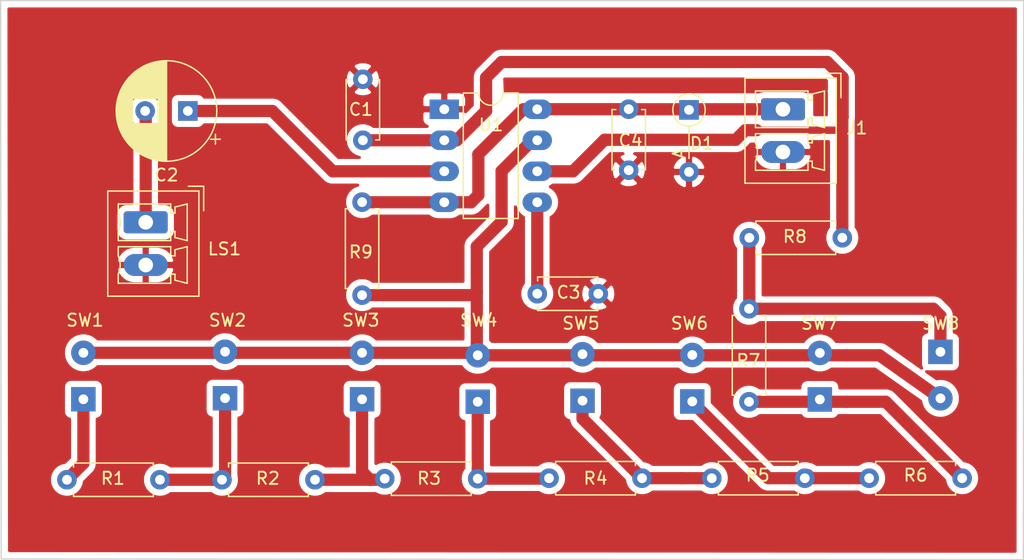
<source format=kicad_pcb>
(kicad_pcb (version 20171130) (host pcbnew 5.1.3-ffb9f22~84~ubuntu18.04.1)

  (general
    (thickness 2)
    (drawings 4)
    (tracks 83)
    (zones 0)
    (modules 25)
    (nets 16)
  )

  (page A4)
  (layers
    (0 F.Cu signal hide)
    (31 B.Cu signal hide)
    (32 B.Adhes user hide)
    (33 F.Adhes user hide)
    (34 B.Paste user hide)
    (35 F.Paste user hide)
    (36 B.SilkS user hide)
    (37 F.SilkS user)
    (38 B.Mask user)
    (39 F.Mask user hide)
    (40 Dwgs.User user hide)
    (41 Cmts.User user hide)
    (42 Eco1.User user hide)
    (43 Eco2.User user hide)
    (44 Edge.Cuts user)
    (45 Margin user hide)
    (46 B.CrtYd user hide)
    (47 F.CrtYd user)
    (48 B.Fab user hide)
    (49 F.Fab user)
  )

  (setup
    (last_trace_width 0.25)
    (user_trace_width 1)
    (trace_clearance 0.2)
    (zone_clearance 0.508)
    (zone_45_only no)
    (trace_min 0.2)
    (via_size 0.8)
    (via_drill 0.4)
    (via_min_size 0.4)
    (via_min_drill 0.3)
    (uvia_size 0.3)
    (uvia_drill 0.1)
    (uvias_allowed no)
    (uvia_min_size 0.2)
    (uvia_min_drill 0.1)
    (edge_width 0.1)
    (segment_width 1)
    (pcb_text_width 0.3)
    (pcb_text_size 1.5 1.5)
    (mod_edge_width 0.15)
    (mod_text_size 1 1)
    (mod_text_width 0.15)
    (pad_size 1.524 1.524)
    (pad_drill 0.762)
    (pad_to_mask_clearance 0)
    (aux_axis_origin 0 0)
    (visible_elements FFFFFF7F)
    (pcbplotparams
      (layerselection 0x00000_7fffffff)
      (usegerberextensions false)
      (usegerberattributes false)
      (usegerberadvancedattributes false)
      (creategerberjobfile false)
      (excludeedgelayer true)
      (linewidth 0.100000)
      (plotframeref false)
      (viasonmask false)
      (mode 1)
      (useauxorigin false)
      (hpglpennumber 1)
      (hpglpenspeed 20)
      (hpglpendiameter 15.000000)
      (psnegative false)
      (psa4output false)
      (plotreference false)
      (plotvalue false)
      (plotinvisibletext false)
      (padsonsilk true)
      (subtractmaskfromsilk false)
      (outputformat 1)
      (mirror false)
      (drillshape 0)
      (scaleselection 1)
      (outputdirectory ""))
  )

  (net 0 "")
  (net 1 GNDREF)
  (net 2 "Net-(C1-Pad1)")
  (net 3 "Net-(C2-Pad2)")
  (net 4 "Net-(C2-Pad1)")
  (net 5 "Net-(C3-Pad1)")
  (net 6 +9V)
  (net 7 "Net-(R1-Pad2)")
  (net 8 "Net-(R1-Pad1)")
  (net 9 "Net-(R2-Pad2)")
  (net 10 "Net-(R3-Pad2)")
  (net 11 "Net-(R4-Pad2)")
  (net 12 "Net-(R5-Pad2)")
  (net 13 "Net-(R6-Pad2)")
  (net 14 "Net-(R7-Pad2)")
  (net 15 "Net-(R9-Pad2)")

  (net_class Default "Это класс цепей по умолчанию."
    (clearance 0.2)
    (trace_width 0.25)
    (via_dia 0.8)
    (via_drill 0.4)
    (uvia_dia 0.3)
    (uvia_drill 0.1)
    (add_net +9V)
    (add_net GNDREF)
    (add_net "Net-(C1-Pad1)")
    (add_net "Net-(C2-Pad1)")
    (add_net "Net-(C2-Pad2)")
    (add_net "Net-(C3-Pad1)")
    (add_net "Net-(R1-Pad1)")
    (add_net "Net-(R1-Pad2)")
    (add_net "Net-(R2-Pad2)")
    (add_net "Net-(R3-Pad2)")
    (add_net "Net-(R4-Pad2)")
    (add_net "Net-(R5-Pad2)")
    (add_net "Net-(R6-Pad2)")
    (add_net "Net-(R7-Pad2)")
    (add_net "Net-(R9-Pad2)")
  )

  (module Diode_THT:D_DO-35_SOD27_P5.08mm_Vertical_AnodeUp (layer F.Cu) (tedit 5AE50CD5) (tstamp 5D360839)
    (at 56.3499 -36.7919 270)
    (descr "Diode, DO-35_SOD27 series, Axial, Vertical, pin pitch=5.08mm, , length*diameter=4*2mm^2, , http://www.diodes.com/_files/packages/DO-35.pdf")
    (tags "Diode DO-35_SOD27 series Axial Vertical pin pitch 5.08mm  length 4mm diameter 2mm")
    (path /5D3D4FB4)
    (fp_text reference D1 (at 2.7559 -1.0541 180) (layer F.SilkS)
      (effects (font (size 1 1) (thickness 0.15)))
    )
    (fp_text value 1N4007 (at -2.8321 -0.2921 180) (layer F.Fab)
      (effects (font (size 1 1) (thickness 0.15)))
    )
    (fp_text user A (at 3.58 0.8 90) (layer F.SilkS)
      (effects (font (size 1 1) (thickness 0.15)))
    )
    (fp_text user A (at 3.58 0.8 90) (layer F.Fab)
      (effects (font (size 1 1) (thickness 0.15)))
    )
    (fp_text user %R (at 2.54 -2.326371 90) (layer F.Fab) hide
      (effects (font (size 1 1) (thickness 0.15)))
    )
    (fp_line (start 6.13 -1.25) (end -1.25 -1.25) (layer F.CrtYd) (width 0.05))
    (fp_line (start 6.13 1.25) (end 6.13 -1.25) (layer F.CrtYd) (width 0.05))
    (fp_line (start -1.25 1.25) (end 6.13 1.25) (layer F.CrtYd) (width 0.05))
    (fp_line (start -1.25 -1.25) (end -1.25 1.25) (layer F.CrtYd) (width 0.05))
    (fp_line (start 1.326371 0) (end 3.98 0) (layer F.SilkS) (width 0.12))
    (fp_line (start 0 0) (end 5.08 0) (layer F.Fab) (width 0.1))
    (fp_circle (center 0 0) (end 1.326371 0) (layer F.SilkS) (width 0.12))
    (fp_circle (center 0 0) (end 1 0) (layer F.Fab) (width 0.1))
    (pad 2 thru_hole oval (at 5.08 0 270) (size 1.6 1.6) (drill 0.8) (layers *.Cu *.Mask)
      (net 1 GNDREF))
    (pad 1 thru_hole rect (at 0 0 270) (size 1.6 1.6) (drill 0.8) (layers *.Cu *.Mask)
      (net 6 +9V))
    (model ${KISYS3DMOD}/Diode_THT.3dshapes/D_DO-35_SOD27_P5.08mm_Vertical_AnodeUp.wrl
      (at (xyz 0 0 0))
      (scale (xyz 1 1 1))
      (rotate (xyz 0 0 0))
    )
  )

  (module Connector_Wire:SolderWirePad_1x02_P3.81mm_Drill0.8mm (layer F.Cu) (tedit 5AEE54BF) (tstamp 5CEE169A)
    (at 76.9493 -16.9672 270)
    (descr "Wire solder connection")
    (tags connector)
    (path /5CEE35BD)
    (attr virtual)
    (fp_text reference SW8 (at -2.3368 -0.0127 180) (layer F.SilkS)
      (effects (font (size 1 1) (thickness 0.15)))
    )
    (fp_text value SW_Push (at 1.905 2.54 90) (layer F.Fab) hide
      (effects (font (size 1 1) (thickness 0.15)))
    )
    (fp_line (start 5.31 1.5) (end -1.49 1.5) (layer F.CrtYd) (width 0.05))
    (fp_line (start 5.31 1.5) (end 5.31 -1.5) (layer F.CrtYd) (width 0.05))
    (fp_line (start -1.49 -1.5) (end -1.49 1.5) (layer F.CrtYd) (width 0.05))
    (fp_line (start -1.49 -1.5) (end 5.31 -1.5) (layer F.CrtYd) (width 0.05))
    (fp_text user %R (at 1.905 0 90) (layer F.Fab) hide
      (effects (font (size 1 1) (thickness 0.15)))
    )
    (pad 2 thru_hole circle (at 3.81 0 270) (size 1.99898 1.99898) (drill 0.8001) (layers *.Cu *.Mask)
      (net 15 "Net-(R9-Pad2)"))
    (pad 1 thru_hole rect (at 0 0 270) (size 1.99898 1.99898) (drill 0.8001) (layers *.Cu *.Mask)
      (net 14 "Net-(R7-Pad2)"))
  )

  (module Connector_Wire:SolderWirePad_1x02_P3.81mm_Drill0.8mm (layer F.Cu) (tedit 5AEE54BF) (tstamp 5CEE163D)
    (at 67.0687 -13.0683 90)
    (descr "Wire solder connection")
    (tags connector)
    (path /5CEE0954)
    (attr virtual)
    (fp_text reference SW7 (at 6.2357 -0.0127 180) (layer F.SilkS)
      (effects (font (size 1 1) (thickness 0.15)))
    )
    (fp_text value SW_Push (at 1.905 2.54 90) (layer F.Fab) hide
      (effects (font (size 1 1) (thickness 0.15)))
    )
    (fp_line (start 5.31 1.5) (end -1.49 1.5) (layer F.CrtYd) (width 0.05))
    (fp_line (start 5.31 1.5) (end 5.31 -1.5) (layer F.CrtYd) (width 0.05))
    (fp_line (start -1.49 -1.5) (end -1.49 1.5) (layer F.CrtYd) (width 0.05))
    (fp_line (start -1.49 -1.5) (end 5.31 -1.5) (layer F.CrtYd) (width 0.05))
    (fp_text user %R (at 1.905 0 90) (layer F.Fab) hide
      (effects (font (size 1 1) (thickness 0.15)))
    )
    (pad 2 thru_hole circle (at 3.81 0 90) (size 1.99898 1.99898) (drill 0.8001) (layers *.Cu *.Mask)
      (net 15 "Net-(R9-Pad2)"))
    (pad 1 thru_hole rect (at 0 0 90) (size 1.99898 1.99898) (drill 0.8001) (layers *.Cu *.Mask)
      (net 13 "Net-(R6-Pad2)"))
  )

  (module Connector_Wire:SolderWirePad_1x02_P3.81mm_Drill0.8mm (layer F.Cu) (tedit 5AEE54BF) (tstamp 5CEE156B)
    (at 56.6166 -12.9032 90)
    (descr "Wire solder connection")
    (tags connector)
    (path /5CEDFFF2)
    (attr virtual)
    (fp_text reference SW6 (at 6.4008 -0.2286 180) (layer F.SilkS)
      (effects (font (size 1 1) (thickness 0.15)))
    )
    (fp_text value SW_Push (at 1.905 2.54 90) (layer F.Fab) hide
      (effects (font (size 1 1) (thickness 0.15)))
    )
    (fp_line (start 5.31 1.5) (end -1.49 1.5) (layer F.CrtYd) (width 0.05))
    (fp_line (start 5.31 1.5) (end 5.31 -1.5) (layer F.CrtYd) (width 0.05))
    (fp_line (start -1.49 -1.5) (end -1.49 1.5) (layer F.CrtYd) (width 0.05))
    (fp_line (start -1.49 -1.5) (end 5.31 -1.5) (layer F.CrtYd) (width 0.05))
    (fp_text user %R (at 1.905 0 90) (layer F.Fab) hide
      (effects (font (size 1 1) (thickness 0.15)))
    )
    (pad 2 thru_hole circle (at 3.81 0 90) (size 1.99898 1.99898) (drill 0.8001) (layers *.Cu *.Mask)
      (net 15 "Net-(R9-Pad2)"))
    (pad 1 thru_hole rect (at 0 0 90) (size 1.99898 1.99898) (drill 0.8001) (layers *.Cu *.Mask)
      (net 12 "Net-(R5-Pad2)"))
  )

  (module Connector_Wire:SolderWirePad_1x02_P3.81mm_Drill0.8mm (layer F.Cu) (tedit 5AEE54BF) (tstamp 5CEE1679)
    (at 47.625 -12.9667 90)
    (descr "Wire solder connection")
    (tags connector)
    (path /5CEDFC9A)
    (attr virtual)
    (fp_text reference SW5 (at 6.3373 -0.127 180) (layer F.SilkS)
      (effects (font (size 1 1) (thickness 0.15)))
    )
    (fp_text value SW_Push (at 1.905 2.54 90) (layer F.Fab) hide
      (effects (font (size 1 1) (thickness 0.15)))
    )
    (fp_line (start 5.31 1.5) (end -1.49 1.5) (layer F.CrtYd) (width 0.05))
    (fp_line (start 5.31 1.5) (end 5.31 -1.5) (layer F.CrtYd) (width 0.05))
    (fp_line (start -1.49 -1.5) (end -1.49 1.5) (layer F.CrtYd) (width 0.05))
    (fp_line (start -1.49 -1.5) (end 5.31 -1.5) (layer F.CrtYd) (width 0.05))
    (fp_text user %R (at 1.905 0 90) (layer F.Fab) hide
      (effects (font (size 1 1) (thickness 0.15)))
    )
    (pad 2 thru_hole circle (at 3.81 0 90) (size 1.99898 1.99898) (drill 0.8001) (layers *.Cu *.Mask)
      (net 15 "Net-(R9-Pad2)"))
    (pad 1 thru_hole rect (at 0 0 90) (size 1.99898 1.99898) (drill 0.8001) (layers *.Cu *.Mask)
      (net 11 "Net-(R4-Pad2)"))
  )

  (module Connector_Wire:SolderWirePad_1x02_P3.81mm_Drill0.8mm (layer F.Cu) (tedit 5AEE54BF) (tstamp 5CEE165B)
    (at 39.0398 -12.8778 90)
    (descr "Wire solder connection")
    (tags connector)
    (path /5CEDEE45)
    (attr virtual)
    (fp_text reference SW4 (at 6.6802 0.0762 180) (layer F.SilkS)
      (effects (font (size 1 1) (thickness 0.15)))
    )
    (fp_text value SW_Push (at 1.905 2.54 90) (layer F.Fab) hide
      (effects (font (size 1 1) (thickness 0.15)))
    )
    (fp_line (start 5.31 1.5) (end -1.49 1.5) (layer F.CrtYd) (width 0.05))
    (fp_line (start 5.31 1.5) (end 5.31 -1.5) (layer F.CrtYd) (width 0.05))
    (fp_line (start -1.49 -1.5) (end -1.49 1.5) (layer F.CrtYd) (width 0.05))
    (fp_line (start -1.49 -1.5) (end 5.31 -1.5) (layer F.CrtYd) (width 0.05))
    (fp_text user %R (at 1.905 0 90) (layer F.Fab) hide
      (effects (font (size 1 1) (thickness 0.15)))
    )
    (pad 2 thru_hole circle (at 3.81 0 90) (size 1.99898 1.99898) (drill 0.8001) (layers *.Cu *.Mask)
      (net 15 "Net-(R9-Pad2)"))
    (pad 1 thru_hole rect (at 0 0 90) (size 1.99898 1.99898) (drill 0.8001) (layers *.Cu *.Mask)
      (net 10 "Net-(R3-Pad2)"))
  )

  (module Connector_Wire:SolderWirePad_1x02_P3.81mm_Drill0.8mm (layer F.Cu) (tedit 5AEE54BF) (tstamp 5CEE1769)
    (at 29.5656 -13.081 90)
    (descr "Wire solder connection")
    (tags connector)
    (path /5CEDE967)
    (attr virtual)
    (fp_text reference SW3 (at 6.477 -0.1016 180) (layer F.SilkS)
      (effects (font (size 1 1) (thickness 0.15)))
    )
    (fp_text value SW_Push (at 1.905 2.54 90) (layer F.Fab) hide
      (effects (font (size 1 1) (thickness 0.15)))
    )
    (fp_line (start 5.31 1.5) (end -1.49 1.5) (layer F.CrtYd) (width 0.05))
    (fp_line (start 5.31 1.5) (end 5.31 -1.5) (layer F.CrtYd) (width 0.05))
    (fp_line (start -1.49 -1.5) (end -1.49 1.5) (layer F.CrtYd) (width 0.05))
    (fp_line (start -1.49 -1.5) (end 5.31 -1.5) (layer F.CrtYd) (width 0.05))
    (fp_text user %R (at 1.905 0 90) (layer F.Fab) hide
      (effects (font (size 1 1) (thickness 0.15)))
    )
    (pad 2 thru_hole circle (at 3.81 0 90) (size 1.99898 1.99898) (drill 0.8001) (layers *.Cu *.Mask)
      (net 15 "Net-(R9-Pad2)"))
    (pad 1 thru_hole rect (at 0 0 90) (size 1.99898 1.99898) (drill 0.8001) (layers *.Cu *.Mask)
      (net 9 "Net-(R2-Pad2)"))
  )

  (module Connector_Wire:SolderWirePad_1x02_P3.81mm_Drill0.8mm (layer F.Cu) (tedit 5AEE54BF) (tstamp 5CEE188C)
    (at 18.3388 -13.1699 90)
    (descr "Wire solder connection")
    (tags connector)
    (path /5CEDA7EE)
    (attr virtual)
    (fp_text reference SW2 (at 6.3881 0.2032 180) (layer F.SilkS)
      (effects (font (size 1 1) (thickness 0.15)))
    )
    (fp_text value SW_Push (at 1.905 2.54 90) (layer F.Fab) hide
      (effects (font (size 1 1) (thickness 0.15)))
    )
    (fp_line (start 5.31 1.5) (end -1.49 1.5) (layer F.CrtYd) (width 0.05))
    (fp_line (start 5.31 1.5) (end 5.31 -1.5) (layer F.CrtYd) (width 0.05))
    (fp_line (start -1.49 -1.5) (end -1.49 1.5) (layer F.CrtYd) (width 0.05))
    (fp_line (start -1.49 -1.5) (end 5.31 -1.5) (layer F.CrtYd) (width 0.05))
    (fp_text user %R (at 1.905 0 90) (layer F.Fab) hide
      (effects (font (size 1 1) (thickness 0.15)))
    )
    (pad 2 thru_hole circle (at 3.81 0 90) (size 1.99898 1.99898) (drill 0.8001) (layers *.Cu *.Mask)
      (net 15 "Net-(R9-Pad2)"))
    (pad 1 thru_hole rect (at 0 0 90) (size 1.99898 1.99898) (drill 0.8001) (layers *.Cu *.Mask)
      (net 7 "Net-(R1-Pad2)"))
  )

  (module Connector_Wire:SolderWirePad_1x02_P3.81mm_Drill0.8mm (layer F.Cu) (tedit 5AEE54BF) (tstamp 5CEE1589)
    (at 6.731 -13.081 90)
    (descr "Wire solder connection")
    (tags connector)
    (path /5CEAA4F9)
    (attr virtual)
    (fp_text reference SW1 (at 6.477 0.127 180) (layer F.SilkS)
      (effects (font (size 1 1) (thickness 0.15)))
    )
    (fp_text value SW_Push (at 1.905 2.54 90) (layer F.Fab) hide
      (effects (font (size 1 1) (thickness 0.15)))
    )
    (fp_line (start 5.31 1.5) (end -1.49 1.5) (layer F.CrtYd) (width 0.05))
    (fp_line (start 5.31 1.5) (end 5.31 -1.5) (layer F.CrtYd) (width 0.05))
    (fp_line (start -1.49 -1.5) (end -1.49 1.5) (layer F.CrtYd) (width 0.05))
    (fp_line (start -1.49 -1.5) (end 5.31 -1.5) (layer F.CrtYd) (width 0.05))
    (fp_text user %R (at 1.905 0 90) (layer F.Fab) hide
      (effects (font (size 1 1) (thickness 0.15)))
    )
    (pad 2 thru_hole circle (at 3.81 0 90) (size 1.99898 1.99898) (drill 0.8001) (layers *.Cu *.Mask)
      (net 15 "Net-(R9-Pad2)"))
    (pad 1 thru_hole rect (at 0 0 90) (size 1.99898 1.99898) (drill 0.8001) (layers *.Cu *.Mask)
      (net 8 "Net-(R1-Pad1)"))
  )

  (module Connector_Phoenix_MC:PhoenixContact_MCV_1,5_2-G-3.5_1x02_P3.50mm_Vertical (layer F.Cu) (tedit 5B784ED0) (tstamp 5CEE15CF)
    (at 11.8364 -27.5844 270)
    (descr "Generic Phoenix Contact connector footprint for: MCV_1,5/2-G-3.5; number of pins: 02; pin pitch: 3.50mm; Vertical || order number: 1843606 8A 160V")
    (tags "phoenix_contact connector MCV_01x02_G_3.5mm")
    (path /5CBEBDAF)
    (fp_text reference LS1 (at 2.1844 -6.4516 180) (layer F.SilkS)
      (effects (font (size 1 1) (thickness 0.15)))
    )
    (fp_text value Speaker (at 0.6604 7.0104 180) (layer F.Fab)
      (effects (font (size 1 1) (thickness 0.15)))
    )
    (fp_text user %R (at 1.75 -3.55 90) (layer F.Fab) hide
      (effects (font (size 1 1) (thickness 0.15)))
    )
    (fp_line (start -2.95 -4.75) (end -0.95 -4.75) (layer F.Fab) (width 0.1))
    (fp_line (start -2.95 -3.5) (end -2.95 -4.75) (layer F.Fab) (width 0.1))
    (fp_line (start -2.95 -4.75) (end -0.95 -4.75) (layer F.SilkS) (width 0.12))
    (fp_line (start -2.95 -3.5) (end -2.95 -4.75) (layer F.SilkS) (width 0.12))
    (fp_line (start 6.45 -4.75) (end -2.95 -4.75) (layer F.CrtYd) (width 0.05))
    (fp_line (start 6.45 3.5) (end 6.45 -4.75) (layer F.CrtYd) (width 0.05))
    (fp_line (start -2.95 3.5) (end 6.45 3.5) (layer F.CrtYd) (width 0.05))
    (fp_line (start -2.95 -4.75) (end -2.95 3.5) (layer F.CrtYd) (width 0.05))
    (fp_line (start 5 2.25) (end 4.25 2.25) (layer F.SilkS) (width 0.12))
    (fp_line (start 5 -2.05) (end 5 2.25) (layer F.SilkS) (width 0.12))
    (fp_line (start 4.25 -2.05) (end 5 -2.05) (layer F.SilkS) (width 0.12))
    (fp_line (start 4.25 -2.4) (end 4.25 -2.05) (layer F.SilkS) (width 0.12))
    (fp_line (start 4.75 -2.4) (end 4.25 -2.4) (layer F.SilkS) (width 0.12))
    (fp_line (start 5 -3.4) (end 4.75 -2.4) (layer F.SilkS) (width 0.12))
    (fp_line (start 2 -3.4) (end 5 -3.4) (layer F.SilkS) (width 0.12))
    (fp_line (start 2.25 -2.4) (end 2 -3.4) (layer F.SilkS) (width 0.12))
    (fp_line (start 2.75 -2.4) (end 2.25 -2.4) (layer F.SilkS) (width 0.12))
    (fp_line (start 2.75 -2.05) (end 2.75 -2.4) (layer F.SilkS) (width 0.12))
    (fp_line (start 2 -2.05) (end 2.75 -2.05) (layer F.SilkS) (width 0.12))
    (fp_line (start 2 2.25) (end 2 -2.05) (layer F.SilkS) (width 0.12))
    (fp_line (start 2.75 2.25) (end 2 2.25) (layer F.SilkS) (width 0.12))
    (fp_line (start 1.5 2.25) (end 0.75 2.25) (layer F.SilkS) (width 0.12))
    (fp_line (start 1.5 -2.05) (end 1.5 2.25) (layer F.SilkS) (width 0.12))
    (fp_line (start 0.75 -2.05) (end 1.5 -2.05) (layer F.SilkS) (width 0.12))
    (fp_line (start 0.75 -2.4) (end 0.75 -2.05) (layer F.SilkS) (width 0.12))
    (fp_line (start 1.25 -2.4) (end 0.75 -2.4) (layer F.SilkS) (width 0.12))
    (fp_line (start 1.5 -3.4) (end 1.25 -2.4) (layer F.SilkS) (width 0.12))
    (fp_line (start -1.5 -3.4) (end 1.5 -3.4) (layer F.SilkS) (width 0.12))
    (fp_line (start -1.25 -2.4) (end -1.5 -3.4) (layer F.SilkS) (width 0.12))
    (fp_line (start -0.75 -2.4) (end -1.25 -2.4) (layer F.SilkS) (width 0.12))
    (fp_line (start -0.75 -2.05) (end -0.75 -2.4) (layer F.SilkS) (width 0.12))
    (fp_line (start -1.5 -2.05) (end -0.75 -2.05) (layer F.SilkS) (width 0.12))
    (fp_line (start -1.5 2.25) (end -1.5 -2.05) (layer F.SilkS) (width 0.12))
    (fp_line (start -0.75 2.25) (end -1.5 2.25) (layer F.SilkS) (width 0.12))
    (fp_line (start 5.95 -4.25) (end -2.45 -4.25) (layer F.Fab) (width 0.1))
    (fp_line (start 5.95 3) (end 5.95 -4.25) (layer F.Fab) (width 0.1))
    (fp_line (start -2.45 3) (end 5.95 3) (layer F.Fab) (width 0.1))
    (fp_line (start -2.45 -4.25) (end -2.45 3) (layer F.Fab) (width 0.1))
    (fp_line (start 6.06 -4.36) (end -2.56 -4.36) (layer F.SilkS) (width 0.12))
    (fp_line (start 6.06 3.11) (end 6.06 -4.36) (layer F.SilkS) (width 0.12))
    (fp_line (start -2.56 3.11) (end 6.06 3.11) (layer F.SilkS) (width 0.12))
    (fp_line (start -2.56 -4.36) (end -2.56 3.11) (layer F.SilkS) (width 0.12))
    (fp_arc (start 3.5 3.95) (end 2.75 2.25) (angle 47.6) (layer F.SilkS) (width 0.12))
    (fp_arc (start 0 3.95) (end -0.75 2.25) (angle 47.6) (layer F.SilkS) (width 0.12))
    (pad 2 thru_hole oval (at 3.5 0 270) (size 1.8 3.6) (drill 1.2) (layers *.Cu *.Mask)
      (net 1 GNDREF))
    (pad 1 thru_hole roundrect (at 0 0 270) (size 1.8 3.6) (drill 1.2) (layers *.Cu *.Mask) (roundrect_rratio 0.138889)
      (net 3 "Net-(C2-Pad2)"))
    (model ${KISYS3DMOD}/Connector_Phoenix_MC.3dshapes/PhoenixContact_MCV_1,5_2-G-3.5_1x02_P3.50mm_Vertical.wrl
      (at (xyz 0 0 0))
      (scale (xyz 1 1 1))
      (rotate (xyz 0 0 0))
    )
  )

  (module Capacitor_THT:C_Disc_D4.7mm_W2.5mm_P5.00mm (layer F.Cu) (tedit 5AE50EF0) (tstamp 5CEE171C)
    (at 51.4096 -36.8497 270)
    (descr "C, Disc series, Radial, pin pitch=5.00mm, , diameter*width=4.7*2.5mm^2, Capacitor, http://www.vishay.com/docs/45233/krseries.pdf")
    (tags "C Disc series Radial pin pitch 5.00mm  diameter 4.7mm width 2.5mm Capacitor")
    (path /5CCD55A7)
    (fp_text reference C4 (at 2.5597 -0.1524 180) (layer F.SilkS)
      (effects (font (size 1 1) (thickness 0.15)))
    )
    (fp_text value 104 (at -2.2663 -0.1524 180) (layer F.Fab)
      (effects (font (size 1 1) (thickness 0.15)))
    )
    (fp_text user %R (at 2.5 0 90) (layer F.Fab) hide
      (effects (font (size 0.94 0.94) (thickness 0.141)))
    )
    (fp_line (start 6.05 -1.5) (end -1.05 -1.5) (layer F.CrtYd) (width 0.05))
    (fp_line (start 6.05 1.5) (end 6.05 -1.5) (layer F.CrtYd) (width 0.05))
    (fp_line (start -1.05 1.5) (end 6.05 1.5) (layer F.CrtYd) (width 0.05))
    (fp_line (start -1.05 -1.5) (end -1.05 1.5) (layer F.CrtYd) (width 0.05))
    (fp_line (start 4.97 1.055) (end 4.97 1.37) (layer F.SilkS) (width 0.12))
    (fp_line (start 4.97 -1.37) (end 4.97 -1.055) (layer F.SilkS) (width 0.12))
    (fp_line (start 0.03 1.055) (end 0.03 1.37) (layer F.SilkS) (width 0.12))
    (fp_line (start 0.03 -1.37) (end 0.03 -1.055) (layer F.SilkS) (width 0.12))
    (fp_line (start 0.03 1.37) (end 4.97 1.37) (layer F.SilkS) (width 0.12))
    (fp_line (start 0.03 -1.37) (end 4.97 -1.37) (layer F.SilkS) (width 0.12))
    (fp_line (start 4.85 -1.25) (end 0.15 -1.25) (layer F.Fab) (width 0.1))
    (fp_line (start 4.85 1.25) (end 4.85 -1.25) (layer F.Fab) (width 0.1))
    (fp_line (start 0.15 1.25) (end 4.85 1.25) (layer F.Fab) (width 0.1))
    (fp_line (start 0.15 -1.25) (end 0.15 1.25) (layer F.Fab) (width 0.1))
    (pad 2 thru_hole circle (at 5 0 270) (size 1.6 1.6) (drill 0.8) (layers *.Cu *.Mask)
      (net 1 GNDREF))
    (pad 1 thru_hole circle (at 0 0 270) (size 1.6 1.6) (drill 0.8) (layers *.Cu *.Mask)
      (net 6 +9V))
    (model ${KISYS3DMOD}/Capacitor_THT.3dshapes/C_Disc_D4.7mm_W2.5mm_P5.00mm.wrl
      (at (xyz 0 0 0))
      (scale (xyz 1 1 1))
      (rotate (xyz 0 0 0))
    )
  )

  (module Capacitor_THT:C_Disc_D4.7mm_W2.5mm_P5.00mm (layer F.Cu) (tedit 5AE50EF0) (tstamp 5CEE1419)
    (at 43.9166 -21.7297)
    (descr "C, Disc series, Radial, pin pitch=5.00mm, , diameter*width=4.7*2.5mm^2, Capacitor, http://www.vishay.com/docs/45233/krseries.pdf")
    (tags "C Disc series Radial pin pitch 5.00mm  diameter 4.7mm width 2.5mm Capacitor")
    (path /5CCD6322)
    (fp_text reference C3 (at 2.5654 -0.1143) (layer F.SilkS)
      (effects (font (size 1 1) (thickness 0.15)))
    )
    (fp_text value 104 (at 2.5654 -2.9083) (layer F.Fab)
      (effects (font (size 1 1) (thickness 0.15)))
    )
    (fp_text user %R (at 2.5 0) (layer F.Fab) hide
      (effects (font (size 0.94 0.94) (thickness 0.141)))
    )
    (fp_line (start 6.05 -1.5) (end -1.05 -1.5) (layer F.CrtYd) (width 0.05))
    (fp_line (start 6.05 1.5) (end 6.05 -1.5) (layer F.CrtYd) (width 0.05))
    (fp_line (start -1.05 1.5) (end 6.05 1.5) (layer F.CrtYd) (width 0.05))
    (fp_line (start -1.05 -1.5) (end -1.05 1.5) (layer F.CrtYd) (width 0.05))
    (fp_line (start 4.97 1.055) (end 4.97 1.37) (layer F.SilkS) (width 0.12))
    (fp_line (start 4.97 -1.37) (end 4.97 -1.055) (layer F.SilkS) (width 0.12))
    (fp_line (start 0.03 1.055) (end 0.03 1.37) (layer F.SilkS) (width 0.12))
    (fp_line (start 0.03 -1.37) (end 0.03 -1.055) (layer F.SilkS) (width 0.12))
    (fp_line (start 0.03 1.37) (end 4.97 1.37) (layer F.SilkS) (width 0.12))
    (fp_line (start 0.03 -1.37) (end 4.97 -1.37) (layer F.SilkS) (width 0.12))
    (fp_line (start 4.85 -1.25) (end 0.15 -1.25) (layer F.Fab) (width 0.1))
    (fp_line (start 4.85 1.25) (end 4.85 -1.25) (layer F.Fab) (width 0.1))
    (fp_line (start 0.15 1.25) (end 4.85 1.25) (layer F.Fab) (width 0.1))
    (fp_line (start 0.15 -1.25) (end 0.15 1.25) (layer F.Fab) (width 0.1))
    (pad 2 thru_hole circle (at 5 0) (size 1.6 1.6) (drill 0.8) (layers *.Cu *.Mask)
      (net 1 GNDREF))
    (pad 1 thru_hole circle (at 0 0) (size 1.6 1.6) (drill 0.8) (layers *.Cu *.Mask)
      (net 5 "Net-(C3-Pad1)"))
    (model ${KISYS3DMOD}/Capacitor_THT.3dshapes/C_Disc_D4.7mm_W2.5mm_P5.00mm.wrl
      (at (xyz 0 0 0))
      (scale (xyz 1 1 1))
      (rotate (xyz 0 0 0))
    )
  )

  (module Capacitor_THT:CP_Radial_D8.0mm_P3.50mm (layer F.Cu) (tedit 5AE50EF0) (tstamp 5CBE92A4)
    (at 15.2908 -36.703 180)
    (descr "CP, Radial series, Radial, pin pitch=3.50mm, , diameter=8mm, Electrolytic Capacitor")
    (tags "CP Radial series Radial pin pitch 3.50mm  diameter 8mm Electrolytic Capacitor")
    (path /5CD01294)
    (fp_text reference C2 (at 1.75 -5.25) (layer F.SilkS)
      (effects (font (size 1 1) (thickness 0.15)))
    )
    (fp_text value 4.7uF (at 1.75 5.25) (layer F.Fab)
      (effects (font (size 1 1) (thickness 0.15)))
    )
    (fp_text user %R (at 1.75 0) (layer F.Fab) hide
      (effects (font (size 1 1) (thickness 0.15)))
    )
    (fp_line (start -2.259698 -2.715) (end -2.259698 -1.915) (layer F.SilkS) (width 0.12))
    (fp_line (start -2.659698 -2.315) (end -1.859698 -2.315) (layer F.SilkS) (width 0.12))
    (fp_line (start 5.831 -0.533) (end 5.831 0.533) (layer F.SilkS) (width 0.12))
    (fp_line (start 5.791 -0.768) (end 5.791 0.768) (layer F.SilkS) (width 0.12))
    (fp_line (start 5.751 -0.948) (end 5.751 0.948) (layer F.SilkS) (width 0.12))
    (fp_line (start 5.711 -1.098) (end 5.711 1.098) (layer F.SilkS) (width 0.12))
    (fp_line (start 5.671 -1.229) (end 5.671 1.229) (layer F.SilkS) (width 0.12))
    (fp_line (start 5.631 -1.346) (end 5.631 1.346) (layer F.SilkS) (width 0.12))
    (fp_line (start 5.591 -1.453) (end 5.591 1.453) (layer F.SilkS) (width 0.12))
    (fp_line (start 5.551 -1.552) (end 5.551 1.552) (layer F.SilkS) (width 0.12))
    (fp_line (start 5.511 -1.645) (end 5.511 1.645) (layer F.SilkS) (width 0.12))
    (fp_line (start 5.471 -1.731) (end 5.471 1.731) (layer F.SilkS) (width 0.12))
    (fp_line (start 5.431 -1.813) (end 5.431 1.813) (layer F.SilkS) (width 0.12))
    (fp_line (start 5.391 -1.89) (end 5.391 1.89) (layer F.SilkS) (width 0.12))
    (fp_line (start 5.351 -1.964) (end 5.351 1.964) (layer F.SilkS) (width 0.12))
    (fp_line (start 5.311 -2.034) (end 5.311 2.034) (layer F.SilkS) (width 0.12))
    (fp_line (start 5.271 -2.102) (end 5.271 2.102) (layer F.SilkS) (width 0.12))
    (fp_line (start 5.231 -2.166) (end 5.231 2.166) (layer F.SilkS) (width 0.12))
    (fp_line (start 5.191 -2.228) (end 5.191 2.228) (layer F.SilkS) (width 0.12))
    (fp_line (start 5.151 -2.287) (end 5.151 2.287) (layer F.SilkS) (width 0.12))
    (fp_line (start 5.111 -2.345) (end 5.111 2.345) (layer F.SilkS) (width 0.12))
    (fp_line (start 5.071 -2.4) (end 5.071 2.4) (layer F.SilkS) (width 0.12))
    (fp_line (start 5.031 -2.454) (end 5.031 2.454) (layer F.SilkS) (width 0.12))
    (fp_line (start 4.991 -2.505) (end 4.991 2.505) (layer F.SilkS) (width 0.12))
    (fp_line (start 4.951 -2.556) (end 4.951 2.556) (layer F.SilkS) (width 0.12))
    (fp_line (start 4.911 -2.604) (end 4.911 2.604) (layer F.SilkS) (width 0.12))
    (fp_line (start 4.871 -2.651) (end 4.871 2.651) (layer F.SilkS) (width 0.12))
    (fp_line (start 4.831 -2.697) (end 4.831 2.697) (layer F.SilkS) (width 0.12))
    (fp_line (start 4.791 -2.741) (end 4.791 2.741) (layer F.SilkS) (width 0.12))
    (fp_line (start 4.751 -2.784) (end 4.751 2.784) (layer F.SilkS) (width 0.12))
    (fp_line (start 4.711 -2.826) (end 4.711 2.826) (layer F.SilkS) (width 0.12))
    (fp_line (start 4.671 -2.867) (end 4.671 2.867) (layer F.SilkS) (width 0.12))
    (fp_line (start 4.631 -2.907) (end 4.631 2.907) (layer F.SilkS) (width 0.12))
    (fp_line (start 4.591 -2.945) (end 4.591 2.945) (layer F.SilkS) (width 0.12))
    (fp_line (start 4.551 -2.983) (end 4.551 2.983) (layer F.SilkS) (width 0.12))
    (fp_line (start 4.511 1.04) (end 4.511 3.019) (layer F.SilkS) (width 0.12))
    (fp_line (start 4.511 -3.019) (end 4.511 -1.04) (layer F.SilkS) (width 0.12))
    (fp_line (start 4.471 1.04) (end 4.471 3.055) (layer F.SilkS) (width 0.12))
    (fp_line (start 4.471 -3.055) (end 4.471 -1.04) (layer F.SilkS) (width 0.12))
    (fp_line (start 4.431 1.04) (end 4.431 3.09) (layer F.SilkS) (width 0.12))
    (fp_line (start 4.431 -3.09) (end 4.431 -1.04) (layer F.SilkS) (width 0.12))
    (fp_line (start 4.391 1.04) (end 4.391 3.124) (layer F.SilkS) (width 0.12))
    (fp_line (start 4.391 -3.124) (end 4.391 -1.04) (layer F.SilkS) (width 0.12))
    (fp_line (start 4.351 1.04) (end 4.351 3.156) (layer F.SilkS) (width 0.12))
    (fp_line (start 4.351 -3.156) (end 4.351 -1.04) (layer F.SilkS) (width 0.12))
    (fp_line (start 4.311 1.04) (end 4.311 3.189) (layer F.SilkS) (width 0.12))
    (fp_line (start 4.311 -3.189) (end 4.311 -1.04) (layer F.SilkS) (width 0.12))
    (fp_line (start 4.271 1.04) (end 4.271 3.22) (layer F.SilkS) (width 0.12))
    (fp_line (start 4.271 -3.22) (end 4.271 -1.04) (layer F.SilkS) (width 0.12))
    (fp_line (start 4.231 1.04) (end 4.231 3.25) (layer F.SilkS) (width 0.12))
    (fp_line (start 4.231 -3.25) (end 4.231 -1.04) (layer F.SilkS) (width 0.12))
    (fp_line (start 4.191 1.04) (end 4.191 3.28) (layer F.SilkS) (width 0.12))
    (fp_line (start 4.191 -3.28) (end 4.191 -1.04) (layer F.SilkS) (width 0.12))
    (fp_line (start 4.151 1.04) (end 4.151 3.309) (layer F.SilkS) (width 0.12))
    (fp_line (start 4.151 -3.309) (end 4.151 -1.04) (layer F.SilkS) (width 0.12))
    (fp_line (start 4.111 1.04) (end 4.111 3.338) (layer F.SilkS) (width 0.12))
    (fp_line (start 4.111 -3.338) (end 4.111 -1.04) (layer F.SilkS) (width 0.12))
    (fp_line (start 4.071 1.04) (end 4.071 3.365) (layer F.SilkS) (width 0.12))
    (fp_line (start 4.071 -3.365) (end 4.071 -1.04) (layer F.SilkS) (width 0.12))
    (fp_line (start 4.031 1.04) (end 4.031 3.392) (layer F.SilkS) (width 0.12))
    (fp_line (start 4.031 -3.392) (end 4.031 -1.04) (layer F.SilkS) (width 0.12))
    (fp_line (start 3.991 1.04) (end 3.991 3.418) (layer F.SilkS) (width 0.12))
    (fp_line (start 3.991 -3.418) (end 3.991 -1.04) (layer F.SilkS) (width 0.12))
    (fp_line (start 3.951 1.04) (end 3.951 3.444) (layer F.SilkS) (width 0.12))
    (fp_line (start 3.951 -3.444) (end 3.951 -1.04) (layer F.SilkS) (width 0.12))
    (fp_line (start 3.911 1.04) (end 3.911 3.469) (layer F.SilkS) (width 0.12))
    (fp_line (start 3.911 -3.469) (end 3.911 -1.04) (layer F.SilkS) (width 0.12))
    (fp_line (start 3.871 1.04) (end 3.871 3.493) (layer F.SilkS) (width 0.12))
    (fp_line (start 3.871 -3.493) (end 3.871 -1.04) (layer F.SilkS) (width 0.12))
    (fp_line (start 3.831 1.04) (end 3.831 3.517) (layer F.SilkS) (width 0.12))
    (fp_line (start 3.831 -3.517) (end 3.831 -1.04) (layer F.SilkS) (width 0.12))
    (fp_line (start 3.791 1.04) (end 3.791 3.54) (layer F.SilkS) (width 0.12))
    (fp_line (start 3.791 -3.54) (end 3.791 -1.04) (layer F.SilkS) (width 0.12))
    (fp_line (start 3.751 1.04) (end 3.751 3.562) (layer F.SilkS) (width 0.12))
    (fp_line (start 3.751 -3.562) (end 3.751 -1.04) (layer F.SilkS) (width 0.12))
    (fp_line (start 3.711 1.04) (end 3.711 3.584) (layer F.SilkS) (width 0.12))
    (fp_line (start 3.711 -3.584) (end 3.711 -1.04) (layer F.SilkS) (width 0.12))
    (fp_line (start 3.671 1.04) (end 3.671 3.606) (layer F.SilkS) (width 0.12))
    (fp_line (start 3.671 -3.606) (end 3.671 -1.04) (layer F.SilkS) (width 0.12))
    (fp_line (start 3.631 1.04) (end 3.631 3.627) (layer F.SilkS) (width 0.12))
    (fp_line (start 3.631 -3.627) (end 3.631 -1.04) (layer F.SilkS) (width 0.12))
    (fp_line (start 3.591 1.04) (end 3.591 3.647) (layer F.SilkS) (width 0.12))
    (fp_line (start 3.591 -3.647) (end 3.591 -1.04) (layer F.SilkS) (width 0.12))
    (fp_line (start 3.551 1.04) (end 3.551 3.666) (layer F.SilkS) (width 0.12))
    (fp_line (start 3.551 -3.666) (end 3.551 -1.04) (layer F.SilkS) (width 0.12))
    (fp_line (start 3.511 1.04) (end 3.511 3.686) (layer F.SilkS) (width 0.12))
    (fp_line (start 3.511 -3.686) (end 3.511 -1.04) (layer F.SilkS) (width 0.12))
    (fp_line (start 3.471 1.04) (end 3.471 3.704) (layer F.SilkS) (width 0.12))
    (fp_line (start 3.471 -3.704) (end 3.471 -1.04) (layer F.SilkS) (width 0.12))
    (fp_line (start 3.431 1.04) (end 3.431 3.722) (layer F.SilkS) (width 0.12))
    (fp_line (start 3.431 -3.722) (end 3.431 -1.04) (layer F.SilkS) (width 0.12))
    (fp_line (start 3.391 1.04) (end 3.391 3.74) (layer F.SilkS) (width 0.12))
    (fp_line (start 3.391 -3.74) (end 3.391 -1.04) (layer F.SilkS) (width 0.12))
    (fp_line (start 3.351 1.04) (end 3.351 3.757) (layer F.SilkS) (width 0.12))
    (fp_line (start 3.351 -3.757) (end 3.351 -1.04) (layer F.SilkS) (width 0.12))
    (fp_line (start 3.311 1.04) (end 3.311 3.774) (layer F.SilkS) (width 0.12))
    (fp_line (start 3.311 -3.774) (end 3.311 -1.04) (layer F.SilkS) (width 0.12))
    (fp_line (start 3.271 1.04) (end 3.271 3.79) (layer F.SilkS) (width 0.12))
    (fp_line (start 3.271 -3.79) (end 3.271 -1.04) (layer F.SilkS) (width 0.12))
    (fp_line (start 3.231 1.04) (end 3.231 3.805) (layer F.SilkS) (width 0.12))
    (fp_line (start 3.231 -3.805) (end 3.231 -1.04) (layer F.SilkS) (width 0.12))
    (fp_line (start 3.191 1.04) (end 3.191 3.821) (layer F.SilkS) (width 0.12))
    (fp_line (start 3.191 -3.821) (end 3.191 -1.04) (layer F.SilkS) (width 0.12))
    (fp_line (start 3.151 1.04) (end 3.151 3.835) (layer F.SilkS) (width 0.12))
    (fp_line (start 3.151 -3.835) (end 3.151 -1.04) (layer F.SilkS) (width 0.12))
    (fp_line (start 3.111 1.04) (end 3.111 3.85) (layer F.SilkS) (width 0.12))
    (fp_line (start 3.111 -3.85) (end 3.111 -1.04) (layer F.SilkS) (width 0.12))
    (fp_line (start 3.071 1.04) (end 3.071 3.863) (layer F.SilkS) (width 0.12))
    (fp_line (start 3.071 -3.863) (end 3.071 -1.04) (layer F.SilkS) (width 0.12))
    (fp_line (start 3.031 1.04) (end 3.031 3.877) (layer F.SilkS) (width 0.12))
    (fp_line (start 3.031 -3.877) (end 3.031 -1.04) (layer F.SilkS) (width 0.12))
    (fp_line (start 2.991 1.04) (end 2.991 3.889) (layer F.SilkS) (width 0.12))
    (fp_line (start 2.991 -3.889) (end 2.991 -1.04) (layer F.SilkS) (width 0.12))
    (fp_line (start 2.951 1.04) (end 2.951 3.902) (layer F.SilkS) (width 0.12))
    (fp_line (start 2.951 -3.902) (end 2.951 -1.04) (layer F.SilkS) (width 0.12))
    (fp_line (start 2.911 1.04) (end 2.911 3.914) (layer F.SilkS) (width 0.12))
    (fp_line (start 2.911 -3.914) (end 2.911 -1.04) (layer F.SilkS) (width 0.12))
    (fp_line (start 2.871 1.04) (end 2.871 3.925) (layer F.SilkS) (width 0.12))
    (fp_line (start 2.871 -3.925) (end 2.871 -1.04) (layer F.SilkS) (width 0.12))
    (fp_line (start 2.831 1.04) (end 2.831 3.936) (layer F.SilkS) (width 0.12))
    (fp_line (start 2.831 -3.936) (end 2.831 -1.04) (layer F.SilkS) (width 0.12))
    (fp_line (start 2.791 1.04) (end 2.791 3.947) (layer F.SilkS) (width 0.12))
    (fp_line (start 2.791 -3.947) (end 2.791 -1.04) (layer F.SilkS) (width 0.12))
    (fp_line (start 2.751 1.04) (end 2.751 3.957) (layer F.SilkS) (width 0.12))
    (fp_line (start 2.751 -3.957) (end 2.751 -1.04) (layer F.SilkS) (width 0.12))
    (fp_line (start 2.711 1.04) (end 2.711 3.967) (layer F.SilkS) (width 0.12))
    (fp_line (start 2.711 -3.967) (end 2.711 -1.04) (layer F.SilkS) (width 0.12))
    (fp_line (start 2.671 1.04) (end 2.671 3.976) (layer F.SilkS) (width 0.12))
    (fp_line (start 2.671 -3.976) (end 2.671 -1.04) (layer F.SilkS) (width 0.12))
    (fp_line (start 2.631 1.04) (end 2.631 3.985) (layer F.SilkS) (width 0.12))
    (fp_line (start 2.631 -3.985) (end 2.631 -1.04) (layer F.SilkS) (width 0.12))
    (fp_line (start 2.591 1.04) (end 2.591 3.994) (layer F.SilkS) (width 0.12))
    (fp_line (start 2.591 -3.994) (end 2.591 -1.04) (layer F.SilkS) (width 0.12))
    (fp_line (start 2.551 1.04) (end 2.551 4.002) (layer F.SilkS) (width 0.12))
    (fp_line (start 2.551 -4.002) (end 2.551 -1.04) (layer F.SilkS) (width 0.12))
    (fp_line (start 2.511 1.04) (end 2.511 4.01) (layer F.SilkS) (width 0.12))
    (fp_line (start 2.511 -4.01) (end 2.511 -1.04) (layer F.SilkS) (width 0.12))
    (fp_line (start 2.471 1.04) (end 2.471 4.017) (layer F.SilkS) (width 0.12))
    (fp_line (start 2.471 -4.017) (end 2.471 -1.04) (layer F.SilkS) (width 0.12))
    (fp_line (start 2.43 -4.024) (end 2.43 4.024) (layer F.SilkS) (width 0.12))
    (fp_line (start 2.39 -4.03) (end 2.39 4.03) (layer F.SilkS) (width 0.12))
    (fp_line (start 2.35 -4.037) (end 2.35 4.037) (layer F.SilkS) (width 0.12))
    (fp_line (start 2.31 -4.042) (end 2.31 4.042) (layer F.SilkS) (width 0.12))
    (fp_line (start 2.27 -4.048) (end 2.27 4.048) (layer F.SilkS) (width 0.12))
    (fp_line (start 2.23 -4.052) (end 2.23 4.052) (layer F.SilkS) (width 0.12))
    (fp_line (start 2.19 -4.057) (end 2.19 4.057) (layer F.SilkS) (width 0.12))
    (fp_line (start 2.15 -4.061) (end 2.15 4.061) (layer F.SilkS) (width 0.12))
    (fp_line (start 2.11 -4.065) (end 2.11 4.065) (layer F.SilkS) (width 0.12))
    (fp_line (start 2.07 -4.068) (end 2.07 4.068) (layer F.SilkS) (width 0.12))
    (fp_line (start 2.03 -4.071) (end 2.03 4.071) (layer F.SilkS) (width 0.12))
    (fp_line (start 1.99 -4.074) (end 1.99 4.074) (layer F.SilkS) (width 0.12))
    (fp_line (start 1.95 -4.076) (end 1.95 4.076) (layer F.SilkS) (width 0.12))
    (fp_line (start 1.91 -4.077) (end 1.91 4.077) (layer F.SilkS) (width 0.12))
    (fp_line (start 1.87 -4.079) (end 1.87 4.079) (layer F.SilkS) (width 0.12))
    (fp_line (start 1.83 -4.08) (end 1.83 4.08) (layer F.SilkS) (width 0.12))
    (fp_line (start 1.79 -4.08) (end 1.79 4.08) (layer F.SilkS) (width 0.12))
    (fp_line (start 1.75 -4.08) (end 1.75 4.08) (layer F.SilkS) (width 0.12))
    (fp_line (start -1.276759 -2.1475) (end -1.276759 -1.3475) (layer F.Fab) (width 0.1))
    (fp_line (start -1.676759 -1.7475) (end -0.876759 -1.7475) (layer F.Fab) (width 0.1))
    (fp_circle (center 1.75 0) (end 6 0) (layer F.CrtYd) (width 0.05))
    (fp_circle (center 1.75 0) (end 5.87 0) (layer F.SilkS) (width 0.12))
    (fp_circle (center 1.75 0) (end 5.75 0) (layer F.Fab) (width 0.1))
    (pad 2 thru_hole circle (at 3.5 0 180) (size 1.6 1.6) (drill 0.8) (layers *.Cu *.Mask)
      (net 3 "Net-(C2-Pad2)"))
    (pad 1 thru_hole rect (at 0 0 180) (size 1.6 1.6) (drill 0.8) (layers *.Cu *.Mask)
      (net 4 "Net-(C2-Pad1)"))
    (model ${KISYS3DMOD}/Capacitor_THT.3dshapes/CP_Radial_D8.0mm_P3.50mm.wrl
      (at (xyz 0 0 0))
      (scale (xyz 1 1 1))
      (rotate (xyz 0 0 0))
    )
  )

  (module Capacitor_THT:C_Disc_D4.7mm_W2.5mm_P5.00mm (layer F.Cu) (tedit 5AE50EF0) (tstamp 5CBE9169)
    (at 29.6291 -34.3027 90)
    (descr "C, Disc series, Radial, pin pitch=5.00mm, , diameter*width=4.7*2.5mm^2, Capacitor, http://www.vishay.com/docs/45233/krseries.pdf")
    (tags "C Disc series Radial pin pitch 5.00mm  diameter 4.7mm width 2.5mm Capacitor")
    (path /5CCD5F44)
    (fp_text reference C1 (at 2.5273 -0.1651 180) (layer F.SilkS)
      (effects (font (size 1 1) (thickness 0.15)))
    )
    (fp_text value 104 (at 7.3533 0.0889 180) (layer F.Fab)
      (effects (font (size 1 1) (thickness 0.15)))
    )
    (fp_text user %R (at 2.5 0 90) (layer F.Fab) hide
      (effects (font (size 0.94 0.94) (thickness 0.141)))
    )
    (fp_line (start 6.05 -1.5) (end -1.05 -1.5) (layer F.CrtYd) (width 0.05))
    (fp_line (start 6.05 1.5) (end 6.05 -1.5) (layer F.CrtYd) (width 0.05))
    (fp_line (start -1.05 1.5) (end 6.05 1.5) (layer F.CrtYd) (width 0.05))
    (fp_line (start -1.05 -1.5) (end -1.05 1.5) (layer F.CrtYd) (width 0.05))
    (fp_line (start 4.97 1.055) (end 4.97 1.37) (layer F.SilkS) (width 0.12))
    (fp_line (start 4.97 -1.37) (end 4.97 -1.055) (layer F.SilkS) (width 0.12))
    (fp_line (start 0.03 1.055) (end 0.03 1.37) (layer F.SilkS) (width 0.12))
    (fp_line (start 0.03 -1.37) (end 0.03 -1.055) (layer F.SilkS) (width 0.12))
    (fp_line (start 0.03 1.37) (end 4.97 1.37) (layer F.SilkS) (width 0.12))
    (fp_line (start 0.03 -1.37) (end 4.97 -1.37) (layer F.SilkS) (width 0.12))
    (fp_line (start 4.85 -1.25) (end 0.15 -1.25) (layer F.Fab) (width 0.1))
    (fp_line (start 4.85 1.25) (end 4.85 -1.25) (layer F.Fab) (width 0.1))
    (fp_line (start 0.15 1.25) (end 4.85 1.25) (layer F.Fab) (width 0.1))
    (fp_line (start 0.15 -1.25) (end 0.15 1.25) (layer F.Fab) (width 0.1))
    (pad 2 thru_hole circle (at 5 0 90) (size 1.6 1.6) (drill 0.8) (layers *.Cu *.Mask)
      (net 1 GNDREF))
    (pad 1 thru_hole circle (at 0 0 90) (size 1.6 1.6) (drill 0.8) (layers *.Cu *.Mask)
      (net 2 "Net-(C1-Pad1)"))
    (model ${KISYS3DMOD}/Capacitor_THT.3dshapes/C_Disc_D4.7mm_W2.5mm_P5.00mm.wrl
      (at (xyz 0 0 0))
      (scale (xyz 1 1 1))
      (rotate (xyz 0 0 0))
    )
  )

  (module Package_DIP:DIP-8_W7.62mm_LongPads (layer F.Cu) (tedit 5A02E8C5) (tstamp 5CEE13CF)
    (at 36.2966 -36.8427)
    (descr "8-lead though-hole mounted DIP package, row spacing 7.62 mm (300 mils), LongPads")
    (tags "THT DIP DIL PDIP 2.54mm 7.62mm 300mil LongPads")
    (path /5CC6B073)
    (fp_text reference U1 (at 3.8354 1.2827) (layer F.SilkS)
      (effects (font (size 1 1) (thickness 0.15)))
    )
    (fp_text value NE555 (at 3.81 9.95) (layer F.Fab)
      (effects (font (size 1 1) (thickness 0.15)))
    )
    (fp_text user %R (at 3.81 3.81) (layer F.Fab) hide
      (effects (font (size 1 1) (thickness 0.15)))
    )
    (fp_line (start 9.1 -1.55) (end -1.45 -1.55) (layer F.CrtYd) (width 0.05))
    (fp_line (start 9.1 9.15) (end 9.1 -1.55) (layer F.CrtYd) (width 0.05))
    (fp_line (start -1.45 9.15) (end 9.1 9.15) (layer F.CrtYd) (width 0.05))
    (fp_line (start -1.45 -1.55) (end -1.45 9.15) (layer F.CrtYd) (width 0.05))
    (fp_line (start 6.06 -1.33) (end 4.81 -1.33) (layer F.SilkS) (width 0.12))
    (fp_line (start 6.06 8.95) (end 6.06 -1.33) (layer F.SilkS) (width 0.12))
    (fp_line (start 1.56 8.95) (end 6.06 8.95) (layer F.SilkS) (width 0.12))
    (fp_line (start 1.56 -1.33) (end 1.56 8.95) (layer F.SilkS) (width 0.12))
    (fp_line (start 2.81 -1.33) (end 1.56 -1.33) (layer F.SilkS) (width 0.12))
    (fp_line (start 0.635 -0.27) (end 1.635 -1.27) (layer F.Fab) (width 0.1))
    (fp_line (start 0.635 8.89) (end 0.635 -0.27) (layer F.Fab) (width 0.1))
    (fp_line (start 6.985 8.89) (end 0.635 8.89) (layer F.Fab) (width 0.1))
    (fp_line (start 6.985 -1.27) (end 6.985 8.89) (layer F.Fab) (width 0.1))
    (fp_line (start 1.635 -1.27) (end 6.985 -1.27) (layer F.Fab) (width 0.1))
    (fp_arc (start 3.81 -1.33) (end 2.81 -1.33) (angle -180) (layer F.SilkS) (width 0.12))
    (pad 8 thru_hole oval (at 7.62 0) (size 2.4 1.6) (drill 0.8) (layers *.Cu *.Mask)
      (net 6 +9V))
    (pad 4 thru_hole oval (at 0 7.62) (size 2.4 1.6) (drill 0.8) (layers *.Cu *.Mask)
      (net 6 +9V))
    (pad 7 thru_hole oval (at 7.62 2.54) (size 2.4 1.6) (drill 0.8) (layers *.Cu *.Mask)
      (net 15 "Net-(R9-Pad2)"))
    (pad 3 thru_hole oval (at 0 5.08) (size 2.4 1.6) (drill 0.8) (layers *.Cu *.Mask)
      (net 4 "Net-(C2-Pad1)"))
    (pad 6 thru_hole oval (at 7.62 5.08) (size 2.4 1.6) (drill 0.8) (layers *.Cu *.Mask)
      (net 2 "Net-(C1-Pad1)"))
    (pad 2 thru_hole oval (at 0 2.54) (size 2.4 1.6) (drill 0.8) (layers *.Cu *.Mask)
      (net 2 "Net-(C1-Pad1)"))
    (pad 5 thru_hole oval (at 7.62 7.62) (size 2.4 1.6) (drill 0.8) (layers *.Cu *.Mask)
      (net 5 "Net-(C3-Pad1)"))
    (pad 1 thru_hole rect (at 0 0) (size 2.4 1.6) (drill 0.8) (layers *.Cu *.Mask)
      (net 1 GNDREF))
    (model ${KISYS3DMOD}/Package_DIP.3dshapes/DIP-8_W7.62mm.wrl
      (at (xyz 0 0 0))
      (scale (xyz 1 1 1))
      (rotate (xyz 0 0 0))
    )
  )

  (module Resistor_THT:R_Axial_DIN0207_L6.3mm_D2.5mm_P7.62mm_Horizontal (layer F.Cu) (tedit 5AE5139B) (tstamp 5CEE1970)
    (at 29.5656 -29.2354 270)
    (descr "Resistor, Axial_DIN0207 series, Axial, Horizontal, pin pitch=7.62mm, 0.25W = 1/4W, length*diameter=6.3*2.5mm^2, http://cdn-reichelt.de/documents/datenblatt/B400/1_4W%23YAG.pdf")
    (tags "Resistor Axial_DIN0207 series Axial Horizontal pin pitch 7.62mm 0.25W = 1/4W length 6.3mm diameter 2.5mm")
    (path /5CBFCD42)
    (fp_text reference R9 (at 4.0894 0.1016 180) (layer F.SilkS)
      (effects (font (size 1 1) (thickness 0.15)))
    )
    (fp_text value 1K (at 4.0894 2.8956 180) (layer F.Fab)
      (effects (font (size 1 1) (thickness 0.15)))
    )
    (fp_text user %R (at 3.81 0 90) (layer F.Fab) hide
      (effects (font (size 1 1) (thickness 0.15)))
    )
    (fp_line (start 8.67 -1.5) (end -1.05 -1.5) (layer F.CrtYd) (width 0.05))
    (fp_line (start 8.67 1.5) (end 8.67 -1.5) (layer F.CrtYd) (width 0.05))
    (fp_line (start -1.05 1.5) (end 8.67 1.5) (layer F.CrtYd) (width 0.05))
    (fp_line (start -1.05 -1.5) (end -1.05 1.5) (layer F.CrtYd) (width 0.05))
    (fp_line (start 7.08 1.37) (end 7.08 1.04) (layer F.SilkS) (width 0.12))
    (fp_line (start 0.54 1.37) (end 7.08 1.37) (layer F.SilkS) (width 0.12))
    (fp_line (start 0.54 1.04) (end 0.54 1.37) (layer F.SilkS) (width 0.12))
    (fp_line (start 7.08 -1.37) (end 7.08 -1.04) (layer F.SilkS) (width 0.12))
    (fp_line (start 0.54 -1.37) (end 7.08 -1.37) (layer F.SilkS) (width 0.12))
    (fp_line (start 0.54 -1.04) (end 0.54 -1.37) (layer F.SilkS) (width 0.12))
    (fp_line (start 7.62 0) (end 6.96 0) (layer F.Fab) (width 0.1))
    (fp_line (start 0 0) (end 0.66 0) (layer F.Fab) (width 0.1))
    (fp_line (start 6.96 -1.25) (end 0.66 -1.25) (layer F.Fab) (width 0.1))
    (fp_line (start 6.96 1.25) (end 6.96 -1.25) (layer F.Fab) (width 0.1))
    (fp_line (start 0.66 1.25) (end 6.96 1.25) (layer F.Fab) (width 0.1))
    (fp_line (start 0.66 -1.25) (end 0.66 1.25) (layer F.Fab) (width 0.1))
    (pad 2 thru_hole oval (at 7.62 0 270) (size 1.6 1.6) (drill 0.8) (layers *.Cu *.Mask)
      (net 15 "Net-(R9-Pad2)"))
    (pad 1 thru_hole circle (at 0 0 270) (size 1.6 1.6) (drill 0.8) (layers *.Cu *.Mask)
      (net 6 +9V))
    (model ${KISYS3DMOD}/Resistor_THT.3dshapes/R_Axial_DIN0207_L6.3mm_D2.5mm_P7.62mm_Horizontal.wrl
      (at (xyz 0 0 0))
      (scale (xyz 1 1 1))
      (rotate (xyz 0 0 0))
    )
  )

  (module Resistor_THT:R_Axial_DIN0207_L6.3mm_D2.5mm_P7.62mm_Horizontal (layer F.Cu) (tedit 5AE5139B) (tstamp 5CEE1466)
    (at 61.2902 -26.3144)
    (descr "Resistor, Axial_DIN0207 series, Axial, Horizontal, pin pitch=7.62mm, 0.25W = 1/4W, length*diameter=6.3*2.5mm^2, http://cdn-reichelt.de/documents/datenblatt/B400/1_4W%23YAG.pdf")
    (tags "Resistor Axial_DIN0207 series Axial Horizontal pin pitch 7.62mm 0.25W = 1/4W length 6.3mm diameter 2.5mm")
    (path /5CBD90A9)
    (fp_text reference R8 (at 3.7338 -0.1016) (layer F.SilkS)
      (effects (font (size 1 1) (thickness 0.15)))
    )
    (fp_text value 10K (at 3.81 2.37) (layer F.Fab)
      (effects (font (size 1 1) (thickness 0.15)))
    )
    (fp_text user %R (at 3.81 0) (layer F.Fab) hide
      (effects (font (size 1 1) (thickness 0.15)))
    )
    (fp_line (start 8.67 -1.5) (end -1.05 -1.5) (layer F.CrtYd) (width 0.05))
    (fp_line (start 8.67 1.5) (end 8.67 -1.5) (layer F.CrtYd) (width 0.05))
    (fp_line (start -1.05 1.5) (end 8.67 1.5) (layer F.CrtYd) (width 0.05))
    (fp_line (start -1.05 -1.5) (end -1.05 1.5) (layer F.CrtYd) (width 0.05))
    (fp_line (start 7.08 1.37) (end 7.08 1.04) (layer F.SilkS) (width 0.12))
    (fp_line (start 0.54 1.37) (end 7.08 1.37) (layer F.SilkS) (width 0.12))
    (fp_line (start 0.54 1.04) (end 0.54 1.37) (layer F.SilkS) (width 0.12))
    (fp_line (start 7.08 -1.37) (end 7.08 -1.04) (layer F.SilkS) (width 0.12))
    (fp_line (start 0.54 -1.37) (end 7.08 -1.37) (layer F.SilkS) (width 0.12))
    (fp_line (start 0.54 -1.04) (end 0.54 -1.37) (layer F.SilkS) (width 0.12))
    (fp_line (start 7.62 0) (end 6.96 0) (layer F.Fab) (width 0.1))
    (fp_line (start 0 0) (end 0.66 0) (layer F.Fab) (width 0.1))
    (fp_line (start 6.96 -1.25) (end 0.66 -1.25) (layer F.Fab) (width 0.1))
    (fp_line (start 6.96 1.25) (end 6.96 -1.25) (layer F.Fab) (width 0.1))
    (fp_line (start 0.66 1.25) (end 6.96 1.25) (layer F.Fab) (width 0.1))
    (fp_line (start 0.66 -1.25) (end 0.66 1.25) (layer F.Fab) (width 0.1))
    (pad 2 thru_hole oval (at 7.62 0) (size 1.6 1.6) (drill 0.8) (layers *.Cu *.Mask)
      (net 2 "Net-(C1-Pad1)"))
    (pad 1 thru_hole circle (at 0 0) (size 1.6 1.6) (drill 0.8) (layers *.Cu *.Mask)
      (net 14 "Net-(R7-Pad2)"))
    (model ${KISYS3DMOD}/Resistor_THT.3dshapes/R_Axial_DIN0207_L6.3mm_D2.5mm_P7.62mm_Horizontal.wrl
      (at (xyz 0 0 0))
      (scale (xyz 1 1 1))
      (rotate (xyz 0 0 0))
    )
  )

  (module Resistor_THT:R_Axial_DIN0207_L6.3mm_D2.5mm_P7.62mm_Horizontal (layer F.Cu) (tedit 5AE5139B) (tstamp 5CEE14A8)
    (at 61.2648 -12.8778 90)
    (descr "Resistor, Axial_DIN0207 series, Axial, Horizontal, pin pitch=7.62mm, 0.25W = 1/4W, length*diameter=6.3*2.5mm^2, http://cdn-reichelt.de/documents/datenblatt/B400/1_4W%23YAG.pdf")
    (tags "Resistor Axial_DIN0207 series Axial Horizontal pin pitch 7.62mm 0.25W = 1/4W length 6.3mm diameter 2.5mm")
    (path /5CBD8D8E)
    (fp_text reference R7 (at 3.3782 -0.0508 180) (layer F.SilkS)
      (effects (font (size 1 1) (thickness 0.15)))
    )
    (fp_text value 1K (at 3.3782 2.7432 180) (layer F.Fab)
      (effects (font (size 1 1) (thickness 0.15)))
    )
    (fp_text user %R (at 3.81 0 90) (layer F.Fab) hide
      (effects (font (size 1 1) (thickness 0.15)))
    )
    (fp_line (start 8.67 -1.5) (end -1.05 -1.5) (layer F.CrtYd) (width 0.05))
    (fp_line (start 8.67 1.5) (end 8.67 -1.5) (layer F.CrtYd) (width 0.05))
    (fp_line (start -1.05 1.5) (end 8.67 1.5) (layer F.CrtYd) (width 0.05))
    (fp_line (start -1.05 -1.5) (end -1.05 1.5) (layer F.CrtYd) (width 0.05))
    (fp_line (start 7.08 1.37) (end 7.08 1.04) (layer F.SilkS) (width 0.12))
    (fp_line (start 0.54 1.37) (end 7.08 1.37) (layer F.SilkS) (width 0.12))
    (fp_line (start 0.54 1.04) (end 0.54 1.37) (layer F.SilkS) (width 0.12))
    (fp_line (start 7.08 -1.37) (end 7.08 -1.04) (layer F.SilkS) (width 0.12))
    (fp_line (start 0.54 -1.37) (end 7.08 -1.37) (layer F.SilkS) (width 0.12))
    (fp_line (start 0.54 -1.04) (end 0.54 -1.37) (layer F.SilkS) (width 0.12))
    (fp_line (start 7.62 0) (end 6.96 0) (layer F.Fab) (width 0.1))
    (fp_line (start 0 0) (end 0.66 0) (layer F.Fab) (width 0.1))
    (fp_line (start 6.96 -1.25) (end 0.66 -1.25) (layer F.Fab) (width 0.1))
    (fp_line (start 6.96 1.25) (end 6.96 -1.25) (layer F.Fab) (width 0.1))
    (fp_line (start 0.66 1.25) (end 6.96 1.25) (layer F.Fab) (width 0.1))
    (fp_line (start 0.66 -1.25) (end 0.66 1.25) (layer F.Fab) (width 0.1))
    (pad 2 thru_hole oval (at 7.62 0 90) (size 1.6 1.6) (drill 0.8) (layers *.Cu *.Mask)
      (net 14 "Net-(R7-Pad2)"))
    (pad 1 thru_hole circle (at 0 0 90) (size 1.6 1.6) (drill 0.8) (layers *.Cu *.Mask)
      (net 13 "Net-(R6-Pad2)"))
    (model ${KISYS3DMOD}/Resistor_THT.3dshapes/R_Axial_DIN0207_L6.3mm_D2.5mm_P7.62mm_Horizontal.wrl
      (at (xyz 0 0 0))
      (scale (xyz 1 1 1))
      (rotate (xyz 0 0 0))
    )
  )

  (module Resistor_THT:R_Axial_DIN0207_L6.3mm_D2.5mm_P7.62mm_Horizontal (layer F.Cu) (tedit 5AE5139B) (tstamp 5CEE1850)
    (at 71.1073 -6.6167)
    (descr "Resistor, Axial_DIN0207 series, Axial, Horizontal, pin pitch=7.62mm, 0.25W = 1/4W, length*diameter=6.3*2.5mm^2, http://cdn-reichelt.de/documents/datenblatt/B400/1_4W%23YAG.pdf")
    (tags "Resistor Axial_DIN0207 series Axial Horizontal pin pitch 7.62mm 0.25W = 1/4W length 6.3mm diameter 2.5mm")
    (path /5CBD8A16)
    (fp_text reference R6 (at 3.81 -0.2413) (layer F.SilkS)
      (effects (font (size 1 1) (thickness 0.15)))
    )
    (fp_text value 2K (at 3.81 2.37) (layer F.Fab)
      (effects (font (size 1 1) (thickness 0.15)))
    )
    (fp_text user %R (at 3.81 0) (layer F.Fab) hide
      (effects (font (size 1 1) (thickness 0.15)))
    )
    (fp_line (start 8.67 -1.5) (end -1.05 -1.5) (layer F.CrtYd) (width 0.05))
    (fp_line (start 8.67 1.5) (end 8.67 -1.5) (layer F.CrtYd) (width 0.05))
    (fp_line (start -1.05 1.5) (end 8.67 1.5) (layer F.CrtYd) (width 0.05))
    (fp_line (start -1.05 -1.5) (end -1.05 1.5) (layer F.CrtYd) (width 0.05))
    (fp_line (start 7.08 1.37) (end 7.08 1.04) (layer F.SilkS) (width 0.12))
    (fp_line (start 0.54 1.37) (end 7.08 1.37) (layer F.SilkS) (width 0.12))
    (fp_line (start 0.54 1.04) (end 0.54 1.37) (layer F.SilkS) (width 0.12))
    (fp_line (start 7.08 -1.37) (end 7.08 -1.04) (layer F.SilkS) (width 0.12))
    (fp_line (start 0.54 -1.37) (end 7.08 -1.37) (layer F.SilkS) (width 0.12))
    (fp_line (start 0.54 -1.04) (end 0.54 -1.37) (layer F.SilkS) (width 0.12))
    (fp_line (start 7.62 0) (end 6.96 0) (layer F.Fab) (width 0.1))
    (fp_line (start 0 0) (end 0.66 0) (layer F.Fab) (width 0.1))
    (fp_line (start 6.96 -1.25) (end 0.66 -1.25) (layer F.Fab) (width 0.1))
    (fp_line (start 6.96 1.25) (end 6.96 -1.25) (layer F.Fab) (width 0.1))
    (fp_line (start 0.66 1.25) (end 6.96 1.25) (layer F.Fab) (width 0.1))
    (fp_line (start 0.66 -1.25) (end 0.66 1.25) (layer F.Fab) (width 0.1))
    (pad 2 thru_hole oval (at 7.62 0) (size 1.6 1.6) (drill 0.8) (layers *.Cu *.Mask)
      (net 13 "Net-(R6-Pad2)"))
    (pad 1 thru_hole circle (at 0 0) (size 1.6 1.6) (drill 0.8) (layers *.Cu *.Mask)
      (net 12 "Net-(R5-Pad2)"))
    (model ${KISYS3DMOD}/Resistor_THT.3dshapes/R_Axial_DIN0207_L6.3mm_D2.5mm_P7.62mm_Horizontal.wrl
      (at (xyz 0 0 0))
      (scale (xyz 1 1 1))
      (rotate (xyz 0 0 0))
    )
  )

  (module Resistor_THT:R_Axial_DIN0207_L6.3mm_D2.5mm_P7.62mm_Horizontal (layer F.Cu) (tedit 5AE5139B) (tstamp 5CEE16C7)
    (at 58.2168 -6.6167)
    (descr "Resistor, Axial_DIN0207 series, Axial, Horizontal, pin pitch=7.62mm, 0.25W = 1/4W, length*diameter=6.3*2.5mm^2, http://cdn-reichelt.de/documents/datenblatt/B400/1_4W%23YAG.pdf")
    (tags "Resistor Axial_DIN0207 series Axial Horizontal pin pitch 7.62mm 0.25W = 1/4W length 6.3mm diameter 2.5mm")
    (path /5CBD8703)
    (fp_text reference R5 (at 3.7592 -0.2413) (layer F.SilkS)
      (effects (font (size 1 1) (thickness 0.15)))
    )
    (fp_text value 2K (at 3.81 2.37) (layer F.Fab)
      (effects (font (size 1 1) (thickness 0.15)))
    )
    (fp_text user %R (at 3.81 0) (layer F.Fab) hide
      (effects (font (size 1 1) (thickness 0.15)))
    )
    (fp_line (start 8.67 -1.5) (end -1.05 -1.5) (layer F.CrtYd) (width 0.05))
    (fp_line (start 8.67 1.5) (end 8.67 -1.5) (layer F.CrtYd) (width 0.05))
    (fp_line (start -1.05 1.5) (end 8.67 1.5) (layer F.CrtYd) (width 0.05))
    (fp_line (start -1.05 -1.5) (end -1.05 1.5) (layer F.CrtYd) (width 0.05))
    (fp_line (start 7.08 1.37) (end 7.08 1.04) (layer F.SilkS) (width 0.12))
    (fp_line (start 0.54 1.37) (end 7.08 1.37) (layer F.SilkS) (width 0.12))
    (fp_line (start 0.54 1.04) (end 0.54 1.37) (layer F.SilkS) (width 0.12))
    (fp_line (start 7.08 -1.37) (end 7.08 -1.04) (layer F.SilkS) (width 0.12))
    (fp_line (start 0.54 -1.37) (end 7.08 -1.37) (layer F.SilkS) (width 0.12))
    (fp_line (start 0.54 -1.04) (end 0.54 -1.37) (layer F.SilkS) (width 0.12))
    (fp_line (start 7.62 0) (end 6.96 0) (layer F.Fab) (width 0.1))
    (fp_line (start 0 0) (end 0.66 0) (layer F.Fab) (width 0.1))
    (fp_line (start 6.96 -1.25) (end 0.66 -1.25) (layer F.Fab) (width 0.1))
    (fp_line (start 6.96 1.25) (end 6.96 -1.25) (layer F.Fab) (width 0.1))
    (fp_line (start 0.66 1.25) (end 6.96 1.25) (layer F.Fab) (width 0.1))
    (fp_line (start 0.66 -1.25) (end 0.66 1.25) (layer F.Fab) (width 0.1))
    (pad 2 thru_hole oval (at 7.62 0) (size 1.6 1.6) (drill 0.8) (layers *.Cu *.Mask)
      (net 12 "Net-(R5-Pad2)"))
    (pad 1 thru_hole circle (at 0 0) (size 1.6 1.6) (drill 0.8) (layers *.Cu *.Mask)
      (net 11 "Net-(R4-Pad2)"))
    (model ${KISYS3DMOD}/Resistor_THT.3dshapes/R_Axial_DIN0207_L6.3mm_D2.5mm_P7.62mm_Horizontal.wrl
      (at (xyz 0 0 0))
      (scale (xyz 1 1 1))
      (rotate (xyz 0 0 0))
    )
  )

  (module Resistor_THT:R_Axial_DIN0207_L6.3mm_D2.5mm_P7.62mm_Horizontal (layer F.Cu) (tedit 5AE5139B) (tstamp 5CEE180B)
    (at 44.8818 -6.6167)
    (descr "Resistor, Axial_DIN0207 series, Axial, Horizontal, pin pitch=7.62mm, 0.25W = 1/4W, length*diameter=6.3*2.5mm^2, http://cdn-reichelt.de/documents/datenblatt/B400/1_4W%23YAG.pdf")
    (tags "Resistor Axial_DIN0207 series Axial Horizontal pin pitch 7.62mm 0.25W = 1/4W length 6.3mm diameter 2.5mm")
    (path /5CBD83C2)
    (fp_text reference R4 (at 3.81 0.0127) (layer F.SilkS)
      (effects (font (size 1 1) (thickness 0.15)))
    )
    (fp_text value 2K (at 3.81 2.37) (layer F.Fab)
      (effects (font (size 1 1) (thickness 0.15)))
    )
    (fp_text user %R (at 3.81 0) (layer F.Fab) hide
      (effects (font (size 1 1) (thickness 0.15)))
    )
    (fp_line (start 8.67 -1.5) (end -1.05 -1.5) (layer F.CrtYd) (width 0.05))
    (fp_line (start 8.67 1.5) (end 8.67 -1.5) (layer F.CrtYd) (width 0.05))
    (fp_line (start -1.05 1.5) (end 8.67 1.5) (layer F.CrtYd) (width 0.05))
    (fp_line (start -1.05 -1.5) (end -1.05 1.5) (layer F.CrtYd) (width 0.05))
    (fp_line (start 7.08 1.37) (end 7.08 1.04) (layer F.SilkS) (width 0.12))
    (fp_line (start 0.54 1.37) (end 7.08 1.37) (layer F.SilkS) (width 0.12))
    (fp_line (start 0.54 1.04) (end 0.54 1.37) (layer F.SilkS) (width 0.12))
    (fp_line (start 7.08 -1.37) (end 7.08 -1.04) (layer F.SilkS) (width 0.12))
    (fp_line (start 0.54 -1.37) (end 7.08 -1.37) (layer F.SilkS) (width 0.12))
    (fp_line (start 0.54 -1.04) (end 0.54 -1.37) (layer F.SilkS) (width 0.12))
    (fp_line (start 7.62 0) (end 6.96 0) (layer F.Fab) (width 0.1))
    (fp_line (start 0 0) (end 0.66 0) (layer F.Fab) (width 0.1))
    (fp_line (start 6.96 -1.25) (end 0.66 -1.25) (layer F.Fab) (width 0.1))
    (fp_line (start 6.96 1.25) (end 6.96 -1.25) (layer F.Fab) (width 0.1))
    (fp_line (start 0.66 1.25) (end 6.96 1.25) (layer F.Fab) (width 0.1))
    (fp_line (start 0.66 -1.25) (end 0.66 1.25) (layer F.Fab) (width 0.1))
    (pad 2 thru_hole oval (at 7.62 0) (size 1.6 1.6) (drill 0.8) (layers *.Cu *.Mask)
      (net 11 "Net-(R4-Pad2)"))
    (pad 1 thru_hole circle (at 0 0) (size 1.6 1.6) (drill 0.8) (layers *.Cu *.Mask)
      (net 10 "Net-(R3-Pad2)"))
    (model ${KISYS3DMOD}/Resistor_THT.3dshapes/R_Axial_DIN0207_L6.3mm_D2.5mm_P7.62mm_Horizontal.wrl
      (at (xyz 0 0 0))
      (scale (xyz 1 1 1))
      (rotate (xyz 0 0 0))
    )
  )

  (module Resistor_THT:R_Axial_DIN0207_L6.3mm_D2.5mm_P7.62mm_Horizontal (layer F.Cu) (tedit 5AE5139B) (tstamp 5CEE1D3D)
    (at 31.4198 -6.5786)
    (descr "Resistor, Axial_DIN0207 series, Axial, Horizontal, pin pitch=7.62mm, 0.25W = 1/4W, length*diameter=6.3*2.5mm^2, http://cdn-reichelt.de/documents/datenblatt/B400/1_4W%23YAG.pdf")
    (tags "Resistor Axial_DIN0207 series Axial Horizontal pin pitch 7.62mm 0.25W = 1/4W length 6.3mm diameter 2.5mm")
    (path /5CBD80A8)
    (fp_text reference R3 (at 3.6322 -0.0254) (layer F.SilkS)
      (effects (font (size 1 1) (thickness 0.15)))
    )
    (fp_text value 2K (at 3.81 2.37) (layer F.Fab)
      (effects (font (size 1 1) (thickness 0.15)))
    )
    (fp_text user %R (at 3.81 0) (layer F.Fab) hide
      (effects (font (size 1 1) (thickness 0.15)))
    )
    (fp_line (start 8.67 -1.5) (end -1.05 -1.5) (layer F.CrtYd) (width 0.05))
    (fp_line (start 8.67 1.5) (end 8.67 -1.5) (layer F.CrtYd) (width 0.05))
    (fp_line (start -1.05 1.5) (end 8.67 1.5) (layer F.CrtYd) (width 0.05))
    (fp_line (start -1.05 -1.5) (end -1.05 1.5) (layer F.CrtYd) (width 0.05))
    (fp_line (start 7.08 1.37) (end 7.08 1.04) (layer F.SilkS) (width 0.12))
    (fp_line (start 0.54 1.37) (end 7.08 1.37) (layer F.SilkS) (width 0.12))
    (fp_line (start 0.54 1.04) (end 0.54 1.37) (layer F.SilkS) (width 0.12))
    (fp_line (start 7.08 -1.37) (end 7.08 -1.04) (layer F.SilkS) (width 0.12))
    (fp_line (start 0.54 -1.37) (end 7.08 -1.37) (layer F.SilkS) (width 0.12))
    (fp_line (start 0.54 -1.04) (end 0.54 -1.37) (layer F.SilkS) (width 0.12))
    (fp_line (start 7.62 0) (end 6.96 0) (layer F.Fab) (width 0.1))
    (fp_line (start 0 0) (end 0.66 0) (layer F.Fab) (width 0.1))
    (fp_line (start 6.96 -1.25) (end 0.66 -1.25) (layer F.Fab) (width 0.1))
    (fp_line (start 6.96 1.25) (end 6.96 -1.25) (layer F.Fab) (width 0.1))
    (fp_line (start 0.66 1.25) (end 6.96 1.25) (layer F.Fab) (width 0.1))
    (fp_line (start 0.66 -1.25) (end 0.66 1.25) (layer F.Fab) (width 0.1))
    (pad 2 thru_hole oval (at 7.62 0) (size 1.6 1.6) (drill 0.8) (layers *.Cu *.Mask)
      (net 10 "Net-(R3-Pad2)"))
    (pad 1 thru_hole circle (at 0 0) (size 1.6 1.6) (drill 0.8) (layers *.Cu *.Mask)
      (net 9 "Net-(R2-Pad2)"))
    (model ${KISYS3DMOD}/Resistor_THT.3dshapes/R_Axial_DIN0207_L6.3mm_D2.5mm_P7.62mm_Horizontal.wrl
      (at (xyz 0 0 0))
      (scale (xyz 1 1 1))
      (rotate (xyz 0 0 0))
    )
  )

  (module Resistor_THT:R_Axial_DIN0207_L6.3mm_D2.5mm_P7.62mm_Horizontal (layer F.Cu) (tedit 5AE5139B) (tstamp 5CEE17A5)
    (at 18.0848 -6.4897)
    (descr "Resistor, Axial_DIN0207 series, Axial, Horizontal, pin pitch=7.62mm, 0.25W = 1/4W, length*diameter=6.3*2.5mm^2, http://cdn-reichelt.de/documents/datenblatt/B400/1_4W%23YAG.pdf")
    (tags "Resistor Axial_DIN0207 series Axial Horizontal pin pitch 7.62mm 0.25W = 1/4W length 6.3mm diameter 2.5mm")
    (path /5CBD7E7B)
    (fp_text reference R2 (at 3.7592 -0.1143) (layer F.SilkS)
      (effects (font (size 1 1) (thickness 0.15)))
    )
    (fp_text value 2K (at 3.81 2.37) (layer F.Fab)
      (effects (font (size 1 1) (thickness 0.15)))
    )
    (fp_text user %R (at 3.81 0) (layer F.Fab) hide
      (effects (font (size 1 1) (thickness 0.15)))
    )
    (fp_line (start 8.67 -1.5) (end -1.05 -1.5) (layer F.CrtYd) (width 0.05))
    (fp_line (start 8.67 1.5) (end 8.67 -1.5) (layer F.CrtYd) (width 0.05))
    (fp_line (start -1.05 1.5) (end 8.67 1.5) (layer F.CrtYd) (width 0.05))
    (fp_line (start -1.05 -1.5) (end -1.05 1.5) (layer F.CrtYd) (width 0.05))
    (fp_line (start 7.08 1.37) (end 7.08 1.04) (layer F.SilkS) (width 0.12))
    (fp_line (start 0.54 1.37) (end 7.08 1.37) (layer F.SilkS) (width 0.12))
    (fp_line (start 0.54 1.04) (end 0.54 1.37) (layer F.SilkS) (width 0.12))
    (fp_line (start 7.08 -1.37) (end 7.08 -1.04) (layer F.SilkS) (width 0.12))
    (fp_line (start 0.54 -1.37) (end 7.08 -1.37) (layer F.SilkS) (width 0.12))
    (fp_line (start 0.54 -1.04) (end 0.54 -1.37) (layer F.SilkS) (width 0.12))
    (fp_line (start 7.62 0) (end 6.96 0) (layer F.Fab) (width 0.1))
    (fp_line (start 0 0) (end 0.66 0) (layer F.Fab) (width 0.1))
    (fp_line (start 6.96 -1.25) (end 0.66 -1.25) (layer F.Fab) (width 0.1))
    (fp_line (start 6.96 1.25) (end 6.96 -1.25) (layer F.Fab) (width 0.1))
    (fp_line (start 0.66 1.25) (end 6.96 1.25) (layer F.Fab) (width 0.1))
    (fp_line (start 0.66 -1.25) (end 0.66 1.25) (layer F.Fab) (width 0.1))
    (pad 2 thru_hole oval (at 7.62 0) (size 1.6 1.6) (drill 0.8) (layers *.Cu *.Mask)
      (net 9 "Net-(R2-Pad2)"))
    (pad 1 thru_hole circle (at 0 0) (size 1.6 1.6) (drill 0.8) (layers *.Cu *.Mask)
      (net 7 "Net-(R1-Pad2)"))
    (model ${KISYS3DMOD}/Resistor_THT.3dshapes/R_Axial_DIN0207_L6.3mm_D2.5mm_P7.62mm_Horizontal.wrl
      (at (xyz 0 0 0))
      (scale (xyz 1 1 1))
      (rotate (xyz 0 0 0))
    )
  )

  (module Resistor_THT:R_Axial_DIN0207_L6.3mm_D2.5mm_P7.62mm_Horizontal (layer F.Cu) (tedit 5AE5139B) (tstamp 5CEE14ED)
    (at 5.3848 -6.4897)
    (descr "Resistor, Axial_DIN0207 series, Axial, Horizontal, pin pitch=7.62mm, 0.25W = 1/4W, length*diameter=6.3*2.5mm^2, http://cdn-reichelt.de/documents/datenblatt/B400/1_4W%23YAG.pdf")
    (tags "Resistor Axial_DIN0207 series Axial Horizontal pin pitch 7.62mm 0.25W = 1/4W length 6.3mm diameter 2.5mm")
    (path /5CBD7A6D)
    (fp_text reference R1 (at 3.7592 -0.1143) (layer F.SilkS)
      (effects (font (size 1 1) (thickness 0.15)))
    )
    (fp_text value 2K (at 3.81 2.37) (layer F.Fab)
      (effects (font (size 1 1) (thickness 0.15)))
    )
    (fp_text user %R (at 3.81 0) (layer F.Fab) hide
      (effects (font (size 1 1) (thickness 0.15)))
    )
    (fp_line (start 8.67 -1.5) (end -1.05 -1.5) (layer F.CrtYd) (width 0.05))
    (fp_line (start 8.67 1.5) (end 8.67 -1.5) (layer F.CrtYd) (width 0.05))
    (fp_line (start -1.05 1.5) (end 8.67 1.5) (layer F.CrtYd) (width 0.05))
    (fp_line (start -1.05 -1.5) (end -1.05 1.5) (layer F.CrtYd) (width 0.05))
    (fp_line (start 7.08 1.37) (end 7.08 1.04) (layer F.SilkS) (width 0.12))
    (fp_line (start 0.54 1.37) (end 7.08 1.37) (layer F.SilkS) (width 0.12))
    (fp_line (start 0.54 1.04) (end 0.54 1.37) (layer F.SilkS) (width 0.12))
    (fp_line (start 7.08 -1.37) (end 7.08 -1.04) (layer F.SilkS) (width 0.12))
    (fp_line (start 0.54 -1.37) (end 7.08 -1.37) (layer F.SilkS) (width 0.12))
    (fp_line (start 0.54 -1.04) (end 0.54 -1.37) (layer F.SilkS) (width 0.12))
    (fp_line (start 7.62 0) (end 6.96 0) (layer F.Fab) (width 0.1))
    (fp_line (start 0 0) (end 0.66 0) (layer F.Fab) (width 0.1))
    (fp_line (start 6.96 -1.25) (end 0.66 -1.25) (layer F.Fab) (width 0.1))
    (fp_line (start 6.96 1.25) (end 6.96 -1.25) (layer F.Fab) (width 0.1))
    (fp_line (start 0.66 1.25) (end 6.96 1.25) (layer F.Fab) (width 0.1))
    (fp_line (start 0.66 -1.25) (end 0.66 1.25) (layer F.Fab) (width 0.1))
    (pad 2 thru_hole oval (at 7.62 0) (size 1.6 1.6) (drill 0.8) (layers *.Cu *.Mask)
      (net 7 "Net-(R1-Pad2)"))
    (pad 1 thru_hole circle (at 0 0) (size 1.6 1.6) (drill 0.8) (layers *.Cu *.Mask)
      (net 8 "Net-(R1-Pad1)"))
    (model ${KISYS3DMOD}/Resistor_THT.3dshapes/R_Axial_DIN0207_L6.3mm_D2.5mm_P7.62mm_Horizontal.wrl
      (at (xyz 0 0 0))
      (scale (xyz 1 1 1))
      (rotate (xyz 0 0 0))
    )
  )

  (module Connector_Phoenix_MC:PhoenixContact_MCV_1,5_2-G-3.5_1x02_P3.50mm_Vertical (layer F.Cu) (tedit 5B784ED0) (tstamp 5CEE18DB)
    (at 64.0461 -36.8427 270)
    (descr "Generic Phoenix Contact connector footprint for: MCV_1,5/2-G-3.5; number of pins: 02; pin pitch: 3.50mm; Vertical || order number: 1843606 8A 160V")
    (tags "phoenix_contact connector MCV_01x02_G_3.5mm")
    (path /5CC2D610)
    (fp_text reference J1 (at 1.5367 -6.0579 180) (layer F.SilkS)
      (effects (font (size 1 1) (thickness 0.15)))
    )
    (fp_text value Screw_Terminal_01x02 (at 1.75 4.2 90) (layer F.Fab) hide
      (effects (font (size 1 1) (thickness 0.15)))
    )
    (fp_text user %R (at 1.75 -3.55 90) (layer F.Fab) hide
      (effects (font (size 1 1) (thickness 0.15)))
    )
    (fp_line (start -2.95 -4.75) (end -0.95 -4.75) (layer F.Fab) (width 0.1))
    (fp_line (start -2.95 -3.5) (end -2.95 -4.75) (layer F.Fab) (width 0.1))
    (fp_line (start -2.95 -4.75) (end -0.95 -4.75) (layer F.SilkS) (width 0.12))
    (fp_line (start -2.95 -3.5) (end -2.95 -4.75) (layer F.SilkS) (width 0.12))
    (fp_line (start 6.45 -4.75) (end -2.95 -4.75) (layer F.CrtYd) (width 0.05))
    (fp_line (start 6.45 3.5) (end 6.45 -4.75) (layer F.CrtYd) (width 0.05))
    (fp_line (start -2.95 3.5) (end 6.45 3.5) (layer F.CrtYd) (width 0.05))
    (fp_line (start -2.95 -4.75) (end -2.95 3.5) (layer F.CrtYd) (width 0.05))
    (fp_line (start 5 2.25) (end 4.25 2.25) (layer F.SilkS) (width 0.12))
    (fp_line (start 5 -2.05) (end 5 2.25) (layer F.SilkS) (width 0.12))
    (fp_line (start 4.25 -2.05) (end 5 -2.05) (layer F.SilkS) (width 0.12))
    (fp_line (start 4.25 -2.4) (end 4.25 -2.05) (layer F.SilkS) (width 0.12))
    (fp_line (start 4.75 -2.4) (end 4.25 -2.4) (layer F.SilkS) (width 0.12))
    (fp_line (start 5 -3.4) (end 4.75 -2.4) (layer F.SilkS) (width 0.12))
    (fp_line (start 2 -3.4) (end 5 -3.4) (layer F.SilkS) (width 0.12))
    (fp_line (start 2.25 -2.4) (end 2 -3.4) (layer F.SilkS) (width 0.12))
    (fp_line (start 2.75 -2.4) (end 2.25 -2.4) (layer F.SilkS) (width 0.12))
    (fp_line (start 2.75 -2.05) (end 2.75 -2.4) (layer F.SilkS) (width 0.12))
    (fp_line (start 2 -2.05) (end 2.75 -2.05) (layer F.SilkS) (width 0.12))
    (fp_line (start 2 2.25) (end 2 -2.05) (layer F.SilkS) (width 0.12))
    (fp_line (start 2.75 2.25) (end 2 2.25) (layer F.SilkS) (width 0.12))
    (fp_line (start 1.5 2.25) (end 0.75 2.25) (layer F.SilkS) (width 0.12))
    (fp_line (start 1.5 -2.05) (end 1.5 2.25) (layer F.SilkS) (width 0.12))
    (fp_line (start 0.75 -2.05) (end 1.5 -2.05) (layer F.SilkS) (width 0.12))
    (fp_line (start 0.75 -2.4) (end 0.75 -2.05) (layer F.SilkS) (width 0.12))
    (fp_line (start 1.25 -2.4) (end 0.75 -2.4) (layer F.SilkS) (width 0.12))
    (fp_line (start 1.5 -3.4) (end 1.25 -2.4) (layer F.SilkS) (width 0.12))
    (fp_line (start -1.5 -3.4) (end 1.5 -3.4) (layer F.SilkS) (width 0.12))
    (fp_line (start -1.25 -2.4) (end -1.5 -3.4) (layer F.SilkS) (width 0.12))
    (fp_line (start -0.75 -2.4) (end -1.25 -2.4) (layer F.SilkS) (width 0.12))
    (fp_line (start -0.75 -2.05) (end -0.75 -2.4) (layer F.SilkS) (width 0.12))
    (fp_line (start -1.5 -2.05) (end -0.75 -2.05) (layer F.SilkS) (width 0.12))
    (fp_line (start -1.5 2.25) (end -1.5 -2.05) (layer F.SilkS) (width 0.12))
    (fp_line (start -0.75 2.25) (end -1.5 2.25) (layer F.SilkS) (width 0.12))
    (fp_line (start 5.95 -4.25) (end -2.45 -4.25) (layer F.Fab) (width 0.1))
    (fp_line (start 5.95 3) (end 5.95 -4.25) (layer F.Fab) (width 0.1))
    (fp_line (start -2.45 3) (end 5.95 3) (layer F.Fab) (width 0.1))
    (fp_line (start -2.45 -4.25) (end -2.45 3) (layer F.Fab) (width 0.1))
    (fp_line (start 6.06 -4.36) (end -2.56 -4.36) (layer F.SilkS) (width 0.12))
    (fp_line (start 6.06 3.11) (end 6.06 -4.36) (layer F.SilkS) (width 0.12))
    (fp_line (start -2.56 3.11) (end 6.06 3.11) (layer F.SilkS) (width 0.12))
    (fp_line (start -2.56 -4.36) (end -2.56 3.11) (layer F.SilkS) (width 0.12))
    (fp_arc (start 3.5 3.95) (end 2.75 2.25) (angle 47.6) (layer F.SilkS) (width 0.12))
    (fp_arc (start 0 3.95) (end -0.75 2.25) (angle 47.6) (layer F.SilkS) (width 0.12))
    (pad 2 thru_hole oval (at 3.5 0 270) (size 1.8 3.6) (drill 1.2) (layers *.Cu *.Mask)
      (net 1 GNDREF))
    (pad 1 thru_hole roundrect (at 0 0 270) (size 1.8 3.6) (drill 1.2) (layers *.Cu *.Mask) (roundrect_rratio 0.138889)
      (net 6 +9V))
    (model ${KISYS3DMOD}/Connector_Phoenix_MC.3dshapes/PhoenixContact_MCV_1,5_2-G-3.5_1x02_P3.50mm_Vertical.wrl
      (at (xyz 0 0 0))
      (scale (xyz 1 1 1))
      (rotate (xyz 0 0 0))
    )
  )

  (gr_line (start 83.7438 0.0508) (end 83.7692 -45.7454) (layer Edge.Cuts) (width 0.1))
  (gr_line (start 0 0) (end 83.7438 0.0508) (layer Edge.Cuts) (width 0.1))
  (gr_line (start -0.0508 -45.7454) (end 83.7692 -45.7454) (layer Edge.Cuts) (width 0.1))
  (gr_line (start 0 0) (end -0.0508 -45.7454) (layer Edge.Cuts) (width 0.1))

  (segment (start 36.2331 -34.3027) (end 29.6291 -34.3027) (width 1) (layer F.Cu) (net 2) (tstamp 5CEE144B))
  (segment (start 37.3126 -34.3027) (end 36.2966 -34.3027) (width 1) (layer F.Cu) (net 2) (tstamp 5CEE168E))
  (segment (start 68.9356 -39.4462) (end 67.6656 -40.7162) (width 1) (layer F.Cu) (net 2))
  (segment (start 68.9356 -36.2077) (end 68.9356 -39.4462) (width 1) (layer F.Cu) (net 2) (tstamp 5CEE1442))
  (segment (start 40.9956 -40.7162) (end 39.7256 -39.4462) (width 1) (layer F.Cu) (net 2))
  (segment (start 67.6656 -40.7162) (end 40.9956 -40.7162) (width 1) (layer F.Cu) (net 2))
  (segment (start 39.7256 -39.4462) (end 39.7256 -36.7157) (width 1) (layer F.Cu) (net 2) (tstamp 5CEE13AC))
  (segment (start 39.7256 -36.7157) (end 37.3126 -34.3027) (width 1) (layer F.Cu) (net 2) (tstamp 5CEE16F4))
  (segment (start 68.9102 -36.1823) (end 68.9356 -36.2077) (width 1) (layer F.Cu) (net 2) (tstamp 5CEE16FD))
  (segment (start 68.9102 -26.3144) (end 68.9102 -36.1823) (width 1) (layer F.Cu) (net 2) (tstamp 5CEE17D5))
  (segment (start 60.96 -35.1282) (end 61.8871 -35.1282) (width 1) (layer F.Cu) (net 2) (tstamp 5CEE16AF))
  (segment (start 60.1726 -34.3408) (end 60.96 -35.1282) (width 1) (layer F.Cu) (net 2) (tstamp 5CEE18A4))
  (segment (start 43.9166 -31.7627) (end 46.8503 -31.7627) (width 1) (layer F.Cu) (net 2) (tstamp 5CEE17D8))
  (segment (start 49.4284 -34.3408) (end 60.1726 -34.3408) (width 1) (layer F.Cu) (net 2) (tstamp 5CEE1946))
  (segment (start 46.8503 -31.7627) (end 49.4284 -34.3408) (width 1) (layer F.Cu) (net 2) (tstamp 5CEE1838))
  (segment (start 67.8561 -35.1282) (end 61.8871 -35.1282) (width 0.6) (layer F.Cu) (net 2) (tstamp 5CEE144E))
  (segment (start 68.9102 -35.1282) (end 67.8561 -35.1282) (width 0.6) (layer F.Cu) (net 2) (tstamp 5CEE151D))
  (segment (start 11.8364 -36.6574) (end 11.7908 -36.703) (width 1) (layer F.Cu) (net 3) (tstamp 5CEE175A))
  (segment (start 11.8364 -27.5844) (end 11.8364 -36.6574) (width 1) (layer F.Cu) (net 3) (tstamp 5CEE18A1))
  (segment (start 36.2966 -31.7627) (end 27.1526 -31.7627) (width 1) (layer F.Cu) (net 4) (tstamp 5CEE1949))
  (segment (start 22.2123 -36.703) (end 15.2908 -36.703) (width 1) (layer F.Cu) (net 4) (tstamp 5CEE1757))
  (segment (start 27.1526 -31.7627) (end 22.2123 -36.703) (width 1) (layer F.Cu) (net 4) (tstamp 5CEE17D2))
  (segment (start 43.9166 -21.7297) (end 43.9166 -29.2227) (width 1) (layer F.Cu) (net 5) (tstamp 5CEE151A))
  (segment (start 51.4166 -36.8427) (end 51.4096 -36.8497) (width 1) (layer F.Cu) (net 6) (tstamp 5CEE194C))
  (segment (start 64.0461 -36.8427) (end 51.4166 -36.8427) (width 1) (layer F.Cu) (net 6) (tstamp 5CEE16FA))
  (segment (start 43.8601 -36.8497) (end 43.8531 -36.8427) (width 1) (layer F.Cu) (net 6) (tstamp 5CEE16F7))
  (segment (start 51.4096 -36.8497) (end 43.8601 -36.8497) (width 1) (layer F.Cu) (net 6) (tstamp 5CEE13B2))
  (segment (start 36.2331 -29.2227) (end 29.6291 -29.2227) (width 1) (layer F.Cu) (net 6) (tstamp 5CEE13AF))
  (segment (start 38.4966 -29.2227) (end 36.2966 -29.2227) (width 1) (layer F.Cu) (net 6) (tstamp 5CEE187D))
  (segment (start 39.0906 -29.8167) (end 38.4966 -29.2227) (width 1) (layer F.Cu) (net 6) (tstamp 5CEE175D))
  (segment (start 39.0906 -33.1597) (end 39.0906 -29.8167) (width 1) (layer F.Cu) (net 6) (tstamp 5CEE14D5))
  (segment (start 43.9166 -36.8427) (end 42.7736 -36.8427) (width 1) (layer F.Cu) (net 6) (tstamp 5CEE1781))
  (segment (start 42.7736 -36.8427) (end 39.0906 -33.1597) (width 1) (layer F.Cu) (net 6) (tstamp 5CEE177E))
  (segment (start 13.0048 -6.4897) (end 18.0848 -6.4897) (width 1) (layer F.Cu) (net 7) (tstamp 5CEE18A7))
  (segment (start 18.3388 -6.7437) (end 18.0848 -6.4897) (width 1) (layer F.Cu) (net 7))
  (segment (start 18.3388 -13.1699) (end 18.3388 -6.7437) (width 1) (layer F.Cu) (net 7))
  (segment (start 6.731 -7.8359) (end 5.3848 -6.4897) (width 1) (layer F.Cu) (net 8))
  (segment (start 6.731 -13.081) (end 6.731 -7.8359) (width 1) (layer F.Cu) (net 8))
  (segment (start 25.7683 -6.5532) (end 25.7048 -6.4897) (width 1) (layer F.Cu) (net 9) (tstamp 5CEE1448))
  (segment (start 31.3309 -6.4897) (end 31.4198 -6.5786) (width 1) (layer F.Cu) (net 9))
  (segment (start 29.5656 -7.1501) (end 30.226 -6.4897) (width 1) (layer F.Cu) (net 9))
  (segment (start 29.5656 -13.081) (end 29.5656 -7.1501) (width 1) (layer F.Cu) (net 9))
  (segment (start 25.7048 -6.4897) (end 30.226 -6.4897) (width 1) (layer F.Cu) (net 9))
  (segment (start 30.226 -6.4897) (end 31.3309 -6.4897) (width 1) (layer F.Cu) (net 9))
  (segment (start 39.0398 -12.8778) (end 39.0398 -6.5786) (width 1) (layer F.Cu) (net 10))
  (segment (start 44.8437 -6.5786) (end 44.8818 -6.6167) (width 1) (layer F.Cu) (net 10))
  (segment (start 39.0398 -6.5786) (end 44.8437 -6.5786) (width 1) (layer F.Cu) (net 10))
  (segment (start 58.2168 -6.6167) (end 55.7149 -6.6167) (width 1) (layer F.Cu) (net 11) (tstamp 5CEE17EA))
  (segment (start 55.7149 -6.6167) (end 52.5018 -6.6167) (width 1) (layer F.Cu) (net 11) (tstamp 5CEE17E7))
  (segment (start 47.625 -11.4935) (end 52.5018 -6.6167) (width 1) (layer F.Cu) (net 11))
  (segment (start 47.625 -12.9667) (end 47.625 -11.4935) (width 1) (layer F.Cu) (net 11))
  (segment (start 56.4388 -12.9286) (end 56.4261 -12.9159) (width 1) (layer F.Cu) (net 12) (tstamp 5CEE1940))
  (segment (start 65.9003 -6.6802) (end 65.8368 -6.6167) (width 1) (layer F.Cu) (net 12) (tstamp 5CEE1955))
  (segment (start 71.1073 -6.6167) (end 65.8368 -6.6167) (width 1) (layer F.Cu) (net 12) (tstamp 5CEE1952))
  (segment (start 66.0908 -6.8707) (end 65.8368 -6.6167) (width 1) (layer F.Cu) (net 12) (tstamp 5CEE194F))
  (segment (start 56.6166 -12.8524) (end 56.6166 -12.9032) (width 1) (layer F.Cu) (net 12))
  (segment (start 65.8368 -6.6167) (end 62.8523 -6.6167) (width 1) (layer F.Cu) (net 12))
  (segment (start 62.8523 -6.6167) (end 56.6166 -12.8524) (width 1) (layer F.Cu) (net 12))
  (segment (start 61.341 -12.8778) (end 69.2404 -12.8778) (width 1) (layer F.Cu) (net 13) (tstamp 5CEE178D))
  (segment (start 72.4662 -12.8778) (end 78.7273 -6.6167) (width 1) (layer F.Cu) (net 13))
  (segment (start 69.2404 -12.8778) (end 72.4662 -12.8778) (width 1) (layer F.Cu) (net 13))
  (segment (start 61.214 -26.3906) (end 61.2902 -26.3144) (width 1) (layer F.Cu) (net 14) (tstamp 5CEE178A))
  (segment (start 61.2394 -26.3652) (end 61.2902 -26.3144) (width 1) (layer F.Cu) (net 14) (tstamp 5CEE1787))
  (segment (start 61.2902 -20.5232) (end 61.2648 -20.4978) (width 1) (layer F.Cu) (net 14) (tstamp 5CEE1784))
  (segment (start 61.2902 -26.3144) (end 61.2902 -20.5232) (width 1) (layer F.Cu) (net 14) (tstamp 5CEE1706))
  (segment (start 61.2648 -20.4978) (end 76.37069 -20.4978) (width 1) (layer F.Cu) (net 14))
  (segment (start 76.9493 -19.91919) (end 76.9493 -16.9672) (width 1) (layer F.Cu) (net 14))
  (segment (start 76.37069 -20.4978) (end 76.9493 -19.91919) (width 1) (layer F.Cu) (net 14))
  (segment (start 40.9956 -27.6352) (end 38.9636 -25.6032) (width 1) (layer F.Cu) (net 15) (tstamp 5CEE1703))
  (segment (start 40.9956 -31.7817) (end 40.9956 -27.6352) (width 1) (layer F.Cu) (net 15) (tstamp 5CEE1700))
  (segment (start 43.9166 -34.3027) (end 43.5166 -34.3027) (width 1) (layer F.Cu) (net 15) (tstamp 5CEE17E4))
  (segment (start 43.5166 -34.3027) (end 40.9956 -31.7817) (width 1) (layer F.Cu) (net 15) (tstamp 5CEE17E1))
  (segment (start 56.642 -16.6878) (end 56.6166 -16.7132) (width 1) (layer F.Cu) (net 15) (tstamp 5CEE17DE))
  (segment (start 56.6674 -16.764) (end 56.6166 -16.7132) (width 1) (layer F.Cu) (net 15) (tstamp 5CEE17DB))
  (segment (start 38.6842 -21.6154) (end 38.9636 -21.8948) (width 1) (layer F.Cu) (net 15) (tstamp 5CEE1880))
  (segment (start 38.9636 -25.6032) (end 38.9636 -21.8948) (width 1) (layer F.Cu) (net 15) (tstamp 5CEE17F3))
  (segment (start 29.5656 -21.6154) (end 38.6842 -21.6154) (width 1) (layer F.Cu) (net 15) (tstamp 5CEE17F0))
  (segment (start 38.9636 -21.8948) (end 38.9636 -16.9164) (width 1) (layer F.Cu) (net 15) (tstamp 5CEE17ED))
  (segment (start 38.8366 -16.891) (end 39.0398 -16.6878) (width 1) (layer F.Cu) (net 15))
  (segment (start 6.731 -16.891) (end 38.8366 -16.891) (width 1) (layer F.Cu) (net 15))
  (segment (start 76.9493 -13.1572) (end 71.9455 -16.6878) (width 1) (layer F.Cu) (net 15))
  (segment (start 69.2404 -16.6878) (end 38.9636 -16.6878) (width 1) (layer F.Cu) (net 15))
  (segment (start 71.9455 -16.6878) (end 69.2404 -16.6878) (width 1) (layer F.Cu) (net 15))

  (zone (net 0) (net_name "") (layer F.Cu) (tstamp 5D36086C) (hatch edge 0.508)
    (connect_pads (clearance 0.508))
    (min_thickness 0.254)
    (fill yes (arc_segments 32) (thermal_gap 0.508) (thermal_bridge_width 0.508))
    (polygon
      (pts
        (xy 41.1226 -39.4462) (xy 67.0306 -39.4462) (xy 67.0814 -38.1508) (xy 41.1734 -38.1508)
      )
    )
    (filled_polygon
      (pts
        (xy 66.949322 -38.2778) (xy 66.002126 -38.2778) (xy 65.93595 -38.313172) (xy 65.769354 -38.363708) (xy 65.5961 -38.380772)
        (xy 62.4961 -38.380772) (xy 62.322846 -38.363708) (xy 62.15625 -38.313172) (xy 62.090074 -38.2778) (xy 51.585623 -38.2778)
        (xy 51.550935 -38.2847) (xy 51.268265 -38.2847) (xy 51.233577 -38.2778) (xy 41.295517 -38.2778) (xy 41.254678 -39.3192)
        (xy 66.908483 -39.3192)
      )
    )
  )
  (zone (net 0) (net_name "") (layer F.Cu) (tstamp 5D360869) (hatch edge 0.508)
    (connect_pads (clearance 0.508))
    (min_thickness 0.254)
    (fill yes (arc_segments 32) (thermal_gap 0.508) (thermal_bridge_width 0.508))
    (polygon
      (pts
        (xy 66.5226 -38.3667) (xy 67.7291 -38.3667) (xy 67.7291 -36.2712) (xy 66.5226 -36.2712)
      )
    )
    (filled_polygon
      (pts
        (xy 67.6021 -36.3982) (xy 66.6496 -36.3982) (xy 66.6496 -38.2397) (xy 67.6021 -38.2397)
      )
    )
  )
  (zone (net 0) (net_name "") (layer F.Cu) (tstamp 5D360866) (hatch edge 0.508)
    (connect_pads (clearance 0.508))
    (min_thickness 0.254)
    (fill yes (arc_segments 32) (thermal_gap 0.508) (thermal_bridge_width 0.508))
    (polygon
      (pts
        (xy 66.5226 -38.3032) (xy 66.5226 -39.4462) (xy 67.7291 -39.4462) (xy 67.7291 -38.3032)
      )
    )
    (filled_polygon
      (pts
        (xy 67.6021 -39.174568) (xy 67.6021 -38.4302) (xy 66.6496 -38.4302) (xy 66.6496 -39.3192) (xy 67.457469 -39.3192)
      )
    )
  )
  (zone (net 1) (net_name GNDREF) (layer F.Cu) (tstamp 5D360863) (hatch edge 0.508)
    (connect_pads (clearance 0.508))
    (min_thickness 0.254)
    (fill yes (arc_segments 32) (thermal_gap 0.508) (thermal_bridge_width 0.508))
    (polygon
      (pts
        (xy -0.0381 -45.7327) (xy 83.7692 -45.7327) (xy 83.7438 0.0508) (xy 0 0)
      )
    )
    (filled_polygon
      (pts
        (xy 83.059181 -0.634615) (xy 0.684239 -0.684585) (xy 0.677636 -6.631035) (xy 3.9498 -6.631035) (xy 3.9498 -6.348365)
        (xy 4.004947 -6.071126) (xy 4.11312 -5.809973) (xy 4.270163 -5.574941) (xy 4.470041 -5.375063) (xy 4.705073 -5.21802)
        (xy 4.966226 -5.109847) (xy 5.243465 -5.0547) (xy 5.526135 -5.0547) (xy 5.803374 -5.109847) (xy 6.064527 -5.21802)
        (xy 6.299559 -5.375063) (xy 6.499437 -5.574941) (xy 6.65648 -5.809973) (xy 6.764653 -6.071126) (xy 6.81265 -6.312418)
        (xy 6.989932 -6.4897) (xy 11.562857 -6.4897) (xy 11.590564 -6.208391) (xy 11.672618 -5.937892) (xy 11.805868 -5.688599)
        (xy 11.985192 -5.470092) (xy 12.203699 -5.290768) (xy 12.452992 -5.157518) (xy 12.723491 -5.075464) (xy 12.934308 -5.0547)
        (xy 13.075292 -5.0547) (xy 13.286109 -5.075464) (xy 13.556608 -5.157518) (xy 13.805901 -5.290768) (xy 13.883802 -5.3547)
        (xy 17.200516 -5.3547) (xy 17.405073 -5.21802) (xy 17.666226 -5.109847) (xy 17.943465 -5.0547) (xy 18.226135 -5.0547)
        (xy 18.503374 -5.109847) (xy 18.764527 -5.21802) (xy 18.999559 -5.375063) (xy 19.199437 -5.574941) (xy 19.35648 -5.809973)
        (xy 19.464653 -6.071126) (xy 19.5198 -6.348365) (xy 19.5198 -6.4897) (xy 24.262857 -6.4897) (xy 24.290564 -6.208391)
        (xy 24.372618 -5.937892) (xy 24.505868 -5.688599) (xy 24.685192 -5.470092) (xy 24.903699 -5.290768) (xy 25.152992 -5.157518)
        (xy 25.423491 -5.075464) (xy 25.634308 -5.0547) (xy 25.775292 -5.0547) (xy 25.986109 -5.075464) (xy 26.256608 -5.157518)
        (xy 26.505901 -5.290768) (xy 26.583802 -5.3547) (xy 30.170248 -5.3547) (xy 30.226 -5.349209) (xy 30.281752 -5.3547)
        (xy 30.668565 -5.3547) (xy 30.740073 -5.30692) (xy 31.001226 -5.198747) (xy 31.278465 -5.1436) (xy 31.561135 -5.1436)
        (xy 31.838374 -5.198747) (xy 32.099527 -5.30692) (xy 32.334559 -5.463963) (xy 32.534437 -5.663841) (xy 32.69148 -5.898873)
        (xy 32.799653 -6.160026) (xy 32.8548 -6.437265) (xy 32.8548 -6.719935) (xy 32.799653 -6.997174) (xy 32.69148 -7.258327)
        (xy 32.534437 -7.493359) (xy 32.334559 -7.693237) (xy 32.099527 -7.85028) (xy 31.838374 -7.958453) (xy 31.561135 -8.0136)
        (xy 31.278465 -8.0136) (xy 31.001226 -7.958453) (xy 30.740073 -7.85028) (xy 30.7006 -7.823905) (xy 30.7006 -11.459043)
        (xy 30.80927 -11.492008) (xy 30.919584 -11.550973) (xy 31.016275 -11.630325) (xy 31.095627 -11.727016) (xy 31.154592 -11.83733)
        (xy 31.190902 -11.957028) (xy 31.203162 -12.08151) (xy 31.203162 -13.87729) (xy 37.402238 -13.87729) (xy 37.402238 -11.87831)
        (xy 37.414498 -11.753828) (xy 37.450808 -11.63413) (xy 37.509773 -11.523816) (xy 37.589125 -11.427125) (xy 37.685816 -11.347773)
        (xy 37.79613 -11.288808) (xy 37.9048 -11.255843) (xy 37.904801 -7.457603) (xy 37.840868 -7.379701) (xy 37.707618 -7.130408)
        (xy 37.625564 -6.859909) (xy 37.597857 -6.5786) (xy 37.625564 -6.297291) (xy 37.707618 -6.026792) (xy 37.840868 -5.777499)
        (xy 38.020192 -5.558992) (xy 38.238699 -5.379668) (xy 38.487992 -5.246418) (xy 38.758491 -5.164364) (xy 38.969308 -5.1436)
        (xy 39.110292 -5.1436) (xy 39.321109 -5.164364) (xy 39.591608 -5.246418) (xy 39.840901 -5.379668) (xy 39.918802 -5.4436)
        (xy 44.054537 -5.4436) (xy 44.202073 -5.34502) (xy 44.463226 -5.236847) (xy 44.740465 -5.1817) (xy 45.023135 -5.1817)
        (xy 45.300374 -5.236847) (xy 45.561527 -5.34502) (xy 45.796559 -5.502063) (xy 45.996437 -5.701941) (xy 46.15348 -5.936973)
        (xy 46.261653 -6.198126) (xy 46.3168 -6.475365) (xy 46.3168 -6.758035) (xy 46.261653 -7.035274) (xy 46.15348 -7.296427)
        (xy 45.996437 -7.531459) (xy 45.796559 -7.731337) (xy 45.561527 -7.88838) (xy 45.300374 -7.996553) (xy 45.023135 -8.0517)
        (xy 44.740465 -8.0517) (xy 44.463226 -7.996553) (xy 44.202073 -7.88838) (xy 43.967041 -7.731337) (xy 43.949304 -7.7136)
        (xy 40.1748 -7.7136) (xy 40.1748 -11.255843) (xy 40.28347 -11.288808) (xy 40.393784 -11.347773) (xy 40.490475 -11.427125)
        (xy 40.569827 -11.523816) (xy 40.628792 -11.63413) (xy 40.665102 -11.753828) (xy 40.677362 -11.87831) (xy 40.677362 -13.87729)
        (xy 40.668607 -13.96619) (xy 45.987438 -13.96619) (xy 45.987438 -11.96721) (xy 45.999698 -11.842728) (xy 46.036008 -11.72303)
        (xy 46.094973 -11.612716) (xy 46.174325 -11.516025) (xy 46.271016 -11.436673) (xy 46.38133 -11.377708) (xy 46.499442 -11.341879)
        (xy 46.506423 -11.271002) (xy 46.571324 -11.057054) (xy 46.571325 -11.057053) (xy 46.676717 -10.859877) (xy 46.818552 -10.687051)
        (xy 46.86186 -10.651509) (xy 51.077686 -6.435681) (xy 51.087564 -6.335391) (xy 51.169618 -6.064892) (xy 51.302868 -5.815599)
        (xy 51.482192 -5.597092) (xy 51.700699 -5.417768) (xy 51.949992 -5.284518) (xy 52.220491 -5.202464) (xy 52.431308 -5.1817)
        (xy 52.572292 -5.1817) (xy 52.783109 -5.202464) (xy 53.053608 -5.284518) (xy 53.302901 -5.417768) (xy 53.380802 -5.4817)
        (xy 57.332516 -5.4817) (xy 57.537073 -5.34502) (xy 57.798226 -5.236847) (xy 58.075465 -5.1817) (xy 58.358135 -5.1817)
        (xy 58.635374 -5.236847) (xy 58.896527 -5.34502) (xy 59.131559 -5.502063) (xy 59.331437 -5.701941) (xy 59.48848 -5.936973)
        (xy 59.596653 -6.198126) (xy 59.6518 -6.475365) (xy 59.6518 -6.758035) (xy 59.596653 -7.035274) (xy 59.48848 -7.296427)
        (xy 59.331437 -7.531459) (xy 59.131559 -7.731337) (xy 58.896527 -7.88838) (xy 58.635374 -7.996553) (xy 58.358135 -8.0517)
        (xy 58.075465 -8.0517) (xy 57.798226 -7.996553) (xy 57.537073 -7.88838) (xy 57.332516 -7.7517) (xy 53.380802 -7.7517)
        (xy 53.302901 -7.815632) (xy 53.053608 -7.948882) (xy 52.783109 -8.030936) (xy 52.682819 -8.040814) (xy 49.135143 -11.588488)
        (xy 49.155027 -11.612716) (xy 49.213992 -11.72303) (xy 49.250302 -11.842728) (xy 49.262562 -11.96721) (xy 49.262562 -13.90269)
        (xy 54.979038 -13.90269) (xy 54.979038 -11.90371) (xy 54.991298 -11.779228) (xy 55.027608 -11.65953) (xy 55.086573 -11.549216)
        (xy 55.165925 -11.452525) (xy 55.262616 -11.373173) (xy 55.37293 -11.314208) (xy 55.492628 -11.277898) (xy 55.61711 -11.265638)
        (xy 56.598231 -11.265638) (xy 62.010313 -5.853554) (xy 62.045851 -5.810251) (xy 62.089154 -5.774713) (xy 62.089156 -5.774711)
        (xy 62.218677 -5.668416) (xy 62.415853 -5.563024) (xy 62.629801 -5.498123) (xy 62.8523 -5.476209) (xy 62.908052 -5.4817)
        (xy 64.957798 -5.4817) (xy 65.035699 -5.417768) (xy 65.284992 -5.284518) (xy 65.555491 -5.202464) (xy 65.766308 -5.1817)
        (xy 65.907292 -5.1817) (xy 66.118109 -5.202464) (xy 66.388608 -5.284518) (xy 66.637901 -5.417768) (xy 66.715802 -5.4817)
        (xy 70.223016 -5.4817) (xy 70.427573 -5.34502) (xy 70.688726 -5.236847) (xy 70.965965 -5.1817) (xy 71.248635 -5.1817)
        (xy 71.525874 -5.236847) (xy 71.787027 -5.34502) (xy 72.022059 -5.502063) (xy 72.221937 -5.701941) (xy 72.37898 -5.936973)
        (xy 72.487153 -6.198126) (xy 72.5423 -6.475365) (xy 72.5423 -6.758035) (xy 72.487153 -7.035274) (xy 72.37898 -7.296427)
        (xy 72.221937 -7.531459) (xy 72.022059 -7.731337) (xy 71.787027 -7.88838) (xy 71.525874 -7.996553) (xy 71.248635 -8.0517)
        (xy 70.965965 -8.0517) (xy 70.688726 -7.996553) (xy 70.427573 -7.88838) (xy 70.223016 -7.7517) (xy 66.806406 -7.7517)
        (xy 66.724422 -7.818983) (xy 66.527246 -7.924375) (xy 66.313298 -7.989276) (xy 66.22763 -7.997713) (xy 66.118109 -8.030936)
        (xy 65.907292 -8.0517) (xy 65.766308 -8.0517) (xy 65.555491 -8.030936) (xy 65.284992 -7.948882) (xy 65.035699 -7.815632)
        (xy 64.957798 -7.7517) (xy 63.322433 -7.7517) (xy 58.254162 -12.819969) (xy 58.254162 -13.019135) (xy 59.8298 -13.019135)
        (xy 59.8298 -12.736465) (xy 59.884947 -12.459226) (xy 59.99312 -12.198073) (xy 60.150163 -11.963041) (xy 60.350041 -11.763163)
        (xy 60.585073 -11.60612) (xy 60.846226 -11.497947) (xy 61.123465 -11.4428) (xy 61.406135 -11.4428) (xy 61.683374 -11.497947)
        (xy 61.944527 -11.60612) (xy 62.149084 -11.7428) (xy 65.523448 -11.7428) (xy 65.538673 -11.714316) (xy 65.618025 -11.617625)
        (xy 65.714716 -11.538273) (xy 65.82503 -11.479308) (xy 65.944728 -11.442998) (xy 66.06921 -11.430738) (xy 68.06819 -11.430738)
        (xy 68.192672 -11.442998) (xy 68.31237 -11.479308) (xy 68.422684 -11.538273) (xy 68.519375 -11.617625) (xy 68.598727 -11.714316)
        (xy 68.613952 -11.7428) (xy 71.996069 -11.7428) (xy 77.303186 -6.435681) (xy 77.313064 -6.335391) (xy 77.395118 -6.064892)
        (xy 77.528368 -5.815599) (xy 77.707692 -5.597092) (xy 77.926199 -5.417768) (xy 78.175492 -5.284518) (xy 78.445991 -5.202464)
        (xy 78.656808 -5.1817) (xy 78.797792 -5.1817) (xy 79.008609 -5.202464) (xy 79.279108 -5.284518) (xy 79.528401 -5.417768)
        (xy 79.746908 -5.597092) (xy 79.926232 -5.815599) (xy 80.059482 -6.064892) (xy 80.141536 -6.335391) (xy 80.169243 -6.6167)
        (xy 80.141536 -6.898009) (xy 80.059482 -7.168508) (xy 79.926232 -7.417801) (xy 79.746908 -7.636308) (xy 79.528401 -7.815632)
        (xy 79.279108 -7.948882) (xy 79.008609 -8.030936) (xy 78.908319 -8.040814) (xy 73.308196 -13.640935) (xy 73.272649 -13.684249)
        (xy 73.099823 -13.826084) (xy 72.902647 -13.931476) (xy 72.688699 -13.996377) (xy 72.521952 -14.0128) (xy 72.521951 -14.0128)
        (xy 72.4662 -14.018291) (xy 72.410449 -14.0128) (xy 68.706262 -14.0128) (xy 68.706262 -14.06779) (xy 68.694002 -14.192272)
        (xy 68.657692 -14.31197) (xy 68.598727 -14.422284) (xy 68.519375 -14.518975) (xy 68.422684 -14.598327) (xy 68.31237 -14.657292)
        (xy 68.192672 -14.693602) (xy 68.06819 -14.705862) (xy 66.06921 -14.705862) (xy 65.944728 -14.693602) (xy 65.82503 -14.657292)
        (xy 65.714716 -14.598327) (xy 65.618025 -14.518975) (xy 65.538673 -14.422284) (xy 65.479708 -14.31197) (xy 65.443398 -14.192272)
        (xy 65.431138 -14.06779) (xy 65.431138 -14.0128) (xy 62.149084 -14.0128) (xy 61.944527 -14.14948) (xy 61.683374 -14.257653)
        (xy 61.406135 -14.3128) (xy 61.123465 -14.3128) (xy 60.846226 -14.257653) (xy 60.585073 -14.14948) (xy 60.350041 -13.992437)
        (xy 60.150163 -13.792559) (xy 59.99312 -13.557527) (xy 59.884947 -13.296374) (xy 59.8298 -13.019135) (xy 58.254162 -13.019135)
        (xy 58.254162 -13.90269) (xy 58.241902 -14.027172) (xy 58.205592 -14.14687) (xy 58.146627 -14.257184) (xy 58.067275 -14.353875)
        (xy 57.970584 -14.433227) (xy 57.86027 -14.492192) (xy 57.740572 -14.528502) (xy 57.61609 -14.540762) (xy 55.61711 -14.540762)
        (xy 55.492628 -14.528502) (xy 55.37293 -14.492192) (xy 55.262616 -14.433227) (xy 55.165925 -14.353875) (xy 55.086573 -14.257184)
        (xy 55.027608 -14.14687) (xy 54.991298 -14.027172) (xy 54.979038 -13.90269) (xy 49.262562 -13.90269) (xy 49.262562 -13.96619)
        (xy 49.250302 -14.090672) (xy 49.213992 -14.21037) (xy 49.155027 -14.320684) (xy 49.075675 -14.417375) (xy 48.978984 -14.496727)
        (xy 48.86867 -14.555692) (xy 48.748972 -14.592002) (xy 48.62449 -14.604262) (xy 46.62551 -14.604262) (xy 46.501028 -14.592002)
        (xy 46.38133 -14.555692) (xy 46.271016 -14.496727) (xy 46.174325 -14.417375) (xy 46.094973 -14.320684) (xy 46.036008 -14.21037)
        (xy 45.999698 -14.090672) (xy 45.987438 -13.96619) (xy 40.668607 -13.96619) (xy 40.665102 -14.001772) (xy 40.628792 -14.12147)
        (xy 40.569827 -14.231784) (xy 40.490475 -14.328475) (xy 40.393784 -14.407827) (xy 40.28347 -14.466792) (xy 40.163772 -14.503102)
        (xy 40.03929 -14.515362) (xy 38.04031 -14.515362) (xy 37.915828 -14.503102) (xy 37.79613 -14.466792) (xy 37.685816 -14.407827)
        (xy 37.589125 -14.328475) (xy 37.509773 -14.231784) (xy 37.450808 -14.12147) (xy 37.414498 -14.001772) (xy 37.402238 -13.87729)
        (xy 31.203162 -13.87729) (xy 31.203162 -14.08049) (xy 31.190902 -14.204972) (xy 31.154592 -14.32467) (xy 31.095627 -14.434984)
        (xy 31.016275 -14.531675) (xy 30.919584 -14.611027) (xy 30.80927 -14.669992) (xy 30.689572 -14.706302) (xy 30.56509 -14.718562)
        (xy 28.56611 -14.718562) (xy 28.441628 -14.706302) (xy 28.32193 -14.669992) (xy 28.211616 -14.611027) (xy 28.114925 -14.531675)
        (xy 28.035573 -14.434984) (xy 27.976608 -14.32467) (xy 27.940298 -14.204972) (xy 27.928038 -14.08049) (xy 27.928038 -12.08151)
        (xy 27.940298 -11.957028) (xy 27.976608 -11.83733) (xy 28.035573 -11.727016) (xy 28.114925 -11.630325) (xy 28.211616 -11.550973)
        (xy 28.32193 -11.492008) (xy 28.4306 -11.459043) (xy 28.430601 -7.6247) (xy 26.583802 -7.6247) (xy 26.505901 -7.688632)
        (xy 26.256608 -7.821882) (xy 25.986109 -7.903936) (xy 25.775292 -7.9247) (xy 25.634308 -7.9247) (xy 25.423491 -7.903936)
        (xy 25.152992 -7.821882) (xy 24.903699 -7.688632) (xy 24.685192 -7.509308) (xy 24.505868 -7.290801) (xy 24.372618 -7.041508)
        (xy 24.290564 -6.771009) (xy 24.262857 -6.4897) (xy 19.5198 -6.4897) (xy 19.5198 -6.631035) (xy 19.4738 -6.86229)
        (xy 19.4738 -11.547943) (xy 19.58247 -11.580908) (xy 19.692784 -11.639873) (xy 19.789475 -11.719225) (xy 19.868827 -11.815916)
        (xy 19.927792 -11.92623) (xy 19.964102 -12.045928) (xy 19.976362 -12.17041) (xy 19.976362 -14.16939) (xy 19.964102 -14.293872)
        (xy 19.927792 -14.41357) (xy 19.868827 -14.523884) (xy 19.789475 -14.620575) (xy 19.692784 -14.699927) (xy 19.58247 -14.758892)
        (xy 19.462772 -14.795202) (xy 19.33829 -14.807462) (xy 17.33931 -14.807462) (xy 17.214828 -14.795202) (xy 17.09513 -14.758892)
        (xy 16.984816 -14.699927) (xy 16.888125 -14.620575) (xy 16.808773 -14.523884) (xy 16.749808 -14.41357) (xy 16.713498 -14.293872)
        (xy 16.701238 -14.16939) (xy 16.701238 -12.17041) (xy 16.713498 -12.045928) (xy 16.749808 -11.92623) (xy 16.808773 -11.815916)
        (xy 16.888125 -11.719225) (xy 16.984816 -11.639873) (xy 17.09513 -11.580908) (xy 17.2038 -11.547943) (xy 17.203801 -7.626895)
        (xy 17.200516 -7.6247) (xy 13.883802 -7.6247) (xy 13.805901 -7.688632) (xy 13.556608 -7.821882) (xy 13.286109 -7.903936)
        (xy 13.075292 -7.9247) (xy 12.934308 -7.9247) (xy 12.723491 -7.903936) (xy 12.452992 -7.821882) (xy 12.203699 -7.688632)
        (xy 11.985192 -7.509308) (xy 11.805868 -7.290801) (xy 11.672618 -7.041508) (xy 11.590564 -6.771009) (xy 11.562857 -6.4897)
        (xy 6.989932 -6.4897) (xy 7.49414 -6.993908) (xy 7.537449 -7.029451) (xy 7.679284 -7.202277) (xy 7.784676 -7.399453)
        (xy 7.849577 -7.613401) (xy 7.866 -7.780148) (xy 7.866 -7.780157) (xy 7.87149 -7.835899) (xy 7.866 -7.891641)
        (xy 7.866 -11.459043) (xy 7.97467 -11.492008) (xy 8.084984 -11.550973) (xy 8.181675 -11.630325) (xy 8.261027 -11.727016)
        (xy 8.319992 -11.83733) (xy 8.356302 -11.957028) (xy 8.368562 -12.08151) (xy 8.368562 -14.08049) (xy 8.356302 -14.204972)
        (xy 8.319992 -14.32467) (xy 8.261027 -14.434984) (xy 8.181675 -14.531675) (xy 8.084984 -14.611027) (xy 7.97467 -14.669992)
        (xy 7.854972 -14.706302) (xy 7.73049 -14.718562) (xy 5.73151 -14.718562) (xy 5.607028 -14.706302) (xy 5.48733 -14.669992)
        (xy 5.377016 -14.611027) (xy 5.280325 -14.531675) (xy 5.200973 -14.434984) (xy 5.142008 -14.32467) (xy 5.105698 -14.204972)
        (xy 5.093438 -14.08049) (xy 5.093438 -12.08151) (xy 5.105698 -11.957028) (xy 5.142008 -11.83733) (xy 5.200973 -11.727016)
        (xy 5.280325 -11.630325) (xy 5.377016 -11.550973) (xy 5.48733 -11.492008) (xy 5.596 -11.459043) (xy 5.596001 -8.306033)
        (xy 5.207518 -7.91755) (xy 4.966226 -7.869553) (xy 4.705073 -7.76138) (xy 4.470041 -7.604337) (xy 4.270163 -7.404459)
        (xy 4.11312 -7.169427) (xy 4.004947 -6.908274) (xy 3.9498 -6.631035) (xy 0.677636 -6.631035) (xy 0.666064 -17.051983)
        (xy 5.09651 -17.051983) (xy 5.09651 -16.730017) (xy 5.159322 -16.414237) (xy 5.282533 -16.116778) (xy 5.461408 -15.849073)
        (xy 5.689073 -15.621408) (xy 5.956778 -15.442533) (xy 6.254237 -15.319322) (xy 6.570017 -15.25651) (xy 6.891983 -15.25651)
        (xy 7.207763 -15.319322) (xy 7.505222 -15.442533) (xy 7.772927 -15.621408) (xy 7.907519 -15.756) (xy 17.251181 -15.756)
        (xy 17.296873 -15.710308) (xy 17.564578 -15.531433) (xy 17.862037 -15.408222) (xy 18.177817 -15.34541) (xy 18.499783 -15.34541)
        (xy 18.815563 -15.408222) (xy 19.113022 -15.531433) (xy 19.380727 -15.710308) (xy 19.426419 -15.756) (xy 28.389081 -15.756)
        (xy 28.523673 -15.621408) (xy 28.791378 -15.442533) (xy 29.088837 -15.319322) (xy 29.404617 -15.25651) (xy 29.726583 -15.25651)
        (xy 30.042363 -15.319322) (xy 30.339822 -15.442533) (xy 30.607527 -15.621408) (xy 30.742119 -15.756) (xy 37.696623 -15.756)
        (xy 37.770208 -15.645873) (xy 37.997873 -15.418208) (xy 38.265578 -15.239333) (xy 38.563037 -15.116122) (xy 38.878817 -15.05331)
        (xy 39.200783 -15.05331) (xy 39.516563 -15.116122) (xy 39.814022 -15.239333) (xy 40.081727 -15.418208) (xy 40.216319 -15.5528)
        (xy 46.537381 -15.5528) (xy 46.583073 -15.507108) (xy 46.850778 -15.328233) (xy 47.148237 -15.205022) (xy 47.464017 -15.14221)
        (xy 47.785983 -15.14221) (xy 48.101763 -15.205022) (xy 48.399222 -15.328233) (xy 48.666927 -15.507108) (xy 48.712619 -15.5528)
        (xy 55.465481 -15.5528) (xy 55.574673 -15.443608) (xy 55.842378 -15.264733) (xy 56.139837 -15.141522) (xy 56.455617 -15.07871)
        (xy 56.777583 -15.07871) (xy 57.093363 -15.141522) (xy 57.390822 -15.264733) (xy 57.658527 -15.443608) (xy 57.767719 -15.5528)
        (xy 66.110445 -15.5528) (xy 66.294478 -15.429833) (xy 66.591937 -15.306622) (xy 66.907717 -15.24381) (xy 67.229683 -15.24381)
        (xy 67.545463 -15.306622) (xy 67.842922 -15.429833) (xy 68.026955 -15.5528) (xy 71.585391 -15.5528) (xy 75.332126 -12.909164)
        (xy 75.377622 -12.680437) (xy 75.500833 -12.382978) (xy 75.679708 -12.115273) (xy 75.907373 -11.887608) (xy 76.175078 -11.708733)
        (xy 76.472537 -11.585522) (xy 76.788317 -11.52271) (xy 77.110283 -11.52271) (xy 77.426063 -11.585522) (xy 77.723522 -11.708733)
        (xy 77.991227 -11.887608) (xy 78.218892 -12.115273) (xy 78.397767 -12.382978) (xy 78.520978 -12.680437) (xy 78.58379 -12.996217)
        (xy 78.58379 -13.318183) (xy 78.520978 -13.633963) (xy 78.397767 -13.931422) (xy 78.218892 -14.199127) (xy 77.991227 -14.426792)
        (xy 77.723522 -14.605667) (xy 77.426063 -14.728878) (xy 77.110283 -14.79169) (xy 76.788317 -14.79169) (xy 76.642583 -14.762702)
        (xy 75.818979 -15.343824) (xy 75.825328 -15.341898) (xy 75.94981 -15.329638) (xy 77.94879 -15.329638) (xy 78.073272 -15.341898)
        (xy 78.19297 -15.378208) (xy 78.303284 -15.437173) (xy 78.399975 -15.516525) (xy 78.479327 -15.613216) (xy 78.538292 -15.72353)
        (xy 78.574602 -15.843228) (xy 78.586862 -15.96771) (xy 78.586862 -17.96669) (xy 78.574602 -18.091172) (xy 78.538292 -18.21087)
        (xy 78.479327 -18.321184) (xy 78.399975 -18.417875) (xy 78.303284 -18.497227) (xy 78.19297 -18.556192) (xy 78.0843 -18.589157)
        (xy 78.0843 -19.863439) (xy 78.089791 -19.919191) (xy 78.067877 -20.14169) (xy 78.002976 -20.355637) (xy 77.970461 -20.416468)
        (xy 77.897584 -20.552813) (xy 77.755749 -20.725639) (xy 77.712435 -20.761186) (xy 77.212686 -21.260935) (xy 77.177139 -21.304249)
        (xy 77.004313 -21.446084) (xy 76.807137 -21.551476) (xy 76.593189 -21.616377) (xy 76.426442 -21.6328) (xy 76.426441 -21.6328)
        (xy 76.37069 -21.638291) (xy 76.314939 -21.6328) (xy 62.4252 -21.6328) (xy 62.4252 -25.430116) (xy 62.56188 -25.634673)
        (xy 62.670053 -25.895826) (xy 62.7252 -26.173065) (xy 62.7252 -26.455735) (xy 62.670053 -26.732974) (xy 62.56188 -26.994127)
        (xy 62.404837 -27.229159) (xy 62.204959 -27.429037) (xy 61.969927 -27.58608) (xy 61.708774 -27.694253) (xy 61.431535 -27.7494)
        (xy 61.148865 -27.7494) (xy 60.871626 -27.694253) (xy 60.610473 -27.58608) (xy 60.375441 -27.429037) (xy 60.175563 -27.229159)
        (xy 60.01852 -26.994127) (xy 59.910347 -26.732974) (xy 59.8552 -26.455735) (xy 59.8552 -26.173065) (xy 59.910347 -25.895826)
        (xy 60.01852 -25.634673) (xy 60.1552 -25.430116) (xy 60.155201 -21.407753) (xy 60.065868 -21.298901) (xy 59.932618 -21.049608)
        (xy 59.850564 -20.779109) (xy 59.822857 -20.4978) (xy 59.850564 -20.216491) (xy 59.932618 -19.945992) (xy 60.065868 -19.696699)
        (xy 60.245192 -19.478192) (xy 60.463699 -19.298868) (xy 60.712992 -19.165618) (xy 60.983491 -19.083564) (xy 61.194308 -19.0628)
        (xy 61.335292 -19.0628) (xy 61.546109 -19.083564) (xy 61.816608 -19.165618) (xy 62.065901 -19.298868) (xy 62.143802 -19.3628)
        (xy 75.8143 -19.3628) (xy 75.8143 -18.589157) (xy 75.70563 -18.556192) (xy 75.595316 -18.497227) (xy 75.498625 -18.417875)
        (xy 75.419273 -18.321184) (xy 75.360308 -18.21087) (xy 75.323998 -18.091172) (xy 75.311738 -17.96669) (xy 75.311738 -15.96771)
        (xy 75.323998 -15.843228) (xy 75.360308 -15.72353) (xy 75.408431 -15.6335) (xy 72.633603 -17.591373) (xy 72.579123 -17.636084)
        (xy 72.493244 -17.681987) (xy 72.408582 -17.730045) (xy 72.394774 -17.73462) (xy 72.381947 -17.741476) (xy 72.288766 -17.769742)
        (xy 72.196352 -17.800361) (xy 72.181921 -17.802154) (xy 72.167999 -17.806377) (xy 72.071096 -17.815921) (xy 71.974482 -17.827923)
        (xy 71.904201 -17.8228) (xy 68.403391 -17.8228) (xy 68.338292 -17.920227) (xy 68.110627 -18.147892) (xy 67.842922 -18.326767)
        (xy 67.545463 -18.449978) (xy 67.229683 -18.51279) (xy 66.907717 -18.51279) (xy 66.591937 -18.449978) (xy 66.294478 -18.326767)
        (xy 66.026773 -18.147892) (xy 65.799108 -17.920227) (xy 65.734009 -17.8228) (xy 57.818519 -17.8228) (xy 57.658527 -17.982792)
        (xy 57.390822 -18.161667) (xy 57.093363 -18.284878) (xy 56.777583 -18.34769) (xy 56.455617 -18.34769) (xy 56.139837 -18.284878)
        (xy 55.842378 -18.161667) (xy 55.574673 -17.982792) (xy 55.414681 -17.8228) (xy 48.890419 -17.8228) (xy 48.666927 -18.046292)
        (xy 48.399222 -18.225167) (xy 48.101763 -18.348378) (xy 47.785983 -18.41119) (xy 47.464017 -18.41119) (xy 47.148237 -18.348378)
        (xy 46.850778 -18.225167) (xy 46.583073 -18.046292) (xy 46.359581 -17.8228) (xy 40.216319 -17.8228) (xy 40.0986 -17.940519)
        (xy 40.0986 -21.839057) (xy 40.10409 -21.894799) (xy 40.0986 -21.950541) (xy 40.0986 -25.133069) (xy 41.758741 -26.793209)
        (xy 41.802049 -26.828751) (xy 41.943884 -27.001577) (xy 42.049276 -27.198753) (xy 42.114177 -27.412701) (xy 42.1306 -27.579448)
        (xy 42.136091 -27.6352) (xy 42.1306 -27.690951) (xy 42.1306 -28.848308) (xy 42.184418 -28.670892) (xy 42.317668 -28.421599)
        (xy 42.496992 -28.203092) (xy 42.715499 -28.023768) (xy 42.781601 -27.988436) (xy 42.7816 -22.613984) (xy 42.64492 -22.409427)
        (xy 42.536747 -22.148274) (xy 42.4816 -21.871035) (xy 42.4816 -21.588365) (xy 42.536747 -21.311126) (xy 42.64492 -21.049973)
        (xy 42.801963 -20.814941) (xy 43.001841 -20.615063) (xy 43.236873 -20.45802) (xy 43.498026 -20.349847) (xy 43.775265 -20.2947)
        (xy 44.057935 -20.2947) (xy 44.335174 -20.349847) (xy 44.596327 -20.45802) (xy 44.831359 -20.615063) (xy 44.953294 -20.736998)
        (xy 48.103503 -20.736998) (xy 48.175086 -20.493029) (xy 48.430596 -20.372129) (xy 48.704784 -20.3034) (xy 48.987112 -20.289483)
        (xy 49.26673 -20.330913) (xy 49.532892 -20.426097) (xy 49.658114 -20.493029) (xy 49.729697 -20.736998) (xy 48.9166 -21.550095)
        (xy 48.103503 -20.736998) (xy 44.953294 -20.736998) (xy 45.031237 -20.814941) (xy 45.18828 -21.049973) (xy 45.296453 -21.311126)
        (xy 45.3516 -21.588365) (xy 45.3516 -21.659188) (xy 47.476383 -21.659188) (xy 47.517813 -21.37957) (xy 47.612997 -21.113408)
        (xy 47.679929 -20.988186) (xy 47.923898 -20.916603) (xy 48.736995 -21.7297) (xy 49.096205 -21.7297) (xy 49.909302 -20.916603)
        (xy 50.153271 -20.988186) (xy 50.274171 -21.243696) (xy 50.3429 -21.517884) (xy 50.356817 -21.800212) (xy 50.315387 -22.07983)
        (xy 50.220203 -22.345992) (xy 50.153271 -22.471214) (xy 49.909302 -22.542797) (xy 49.096205 -21.7297) (xy 48.736995 -21.7297)
        (xy 47.923898 -22.542797) (xy 47.679929 -22.471214) (xy 47.559029 -22.215704) (xy 47.4903 -21.941516) (xy 47.476383 -21.659188)
        (xy 45.3516 -21.659188) (xy 45.3516 -21.871035) (xy 45.296453 -22.148274) (xy 45.18828 -22.409427) (xy 45.0516 -22.613984)
        (xy 45.0516 -22.722402) (xy 48.103503 -22.722402) (xy 48.9166 -21.909305) (xy 49.729697 -22.722402) (xy 49.658114 -22.966371)
        (xy 49.402604 -23.087271) (xy 49.128416 -23.156) (xy 48.846088 -23.169917) (xy 48.56647 -23.128487) (xy 48.300308 -23.033303)
        (xy 48.175086 -22.966371) (xy 48.103503 -22.722402) (xy 45.0516 -22.722402) (xy 45.0516 -27.988436) (xy 45.117701 -28.023768)
        (xy 45.336208 -28.203092) (xy 45.515532 -28.421599) (xy 45.648782 -28.670892) (xy 45.730836 -28.941391) (xy 45.758543 -29.2227)
        (xy 45.730836 -29.504009) (xy 45.648782 -29.774508) (xy 45.515532 -30.023801) (xy 45.336208 -30.242308) (xy 45.117701 -30.421632)
        (xy 44.984742 -30.4927) (xy 45.117701 -30.563768) (xy 45.195602 -30.6277) (xy 46.794549 -30.6277) (xy 46.8503 -30.622209)
        (xy 46.906051 -30.6277) (xy 46.906052 -30.6277) (xy 47.072799 -30.644123) (xy 47.286747 -30.709024) (xy 47.483923 -30.814416)
        (xy 47.535809 -30.856998) (xy 50.596503 -30.856998) (xy 50.668086 -30.613029) (xy 50.923596 -30.492129) (xy 51.197784 -30.4234)
        (xy 51.480112 -30.409483) (xy 51.75973 -30.450913) (xy 52.025892 -30.546097) (xy 52.151114 -30.613029) (xy 52.222697 -30.856998)
        (xy 51.4096 -31.670095) (xy 50.596503 -30.856998) (xy 47.535809 -30.856998) (xy 47.656749 -30.956251) (xy 47.692296 -30.999565)
        (xy 48.471919 -31.779188) (xy 49.969383 -31.779188) (xy 50.010813 -31.49957) (xy 50.105997 -31.233408) (xy 50.172929 -31.108186)
        (xy 50.416898 -31.036603) (xy 51.229995 -31.8497) (xy 51.589205 -31.8497) (xy 52.402302 -31.036603) (xy 52.646271 -31.108186)
        (xy 52.766775 -31.36286) (xy 54.957991 -31.36286) (xy 55.05283 -31.098019) (xy 55.197515 -30.856769) (xy 55.386486 -30.648381)
        (xy 55.61248 -30.480863) (xy 55.866813 -30.360654) (xy 56.000861 -30.319996) (xy 56.2229 -30.441985) (xy 56.2229 -31.5849)
        (xy 56.4769 -31.5849) (xy 56.4769 -30.441985) (xy 56.698939 -30.319996) (xy 56.832987 -30.360654) (xy 57.08732 -30.480863)
        (xy 57.313314 -30.648381) (xy 57.502285 -30.856769) (xy 57.64697 -31.098019) (xy 57.741809 -31.36286) (xy 57.620524 -31.5849)
        (xy 56.4769 -31.5849) (xy 56.2229 -31.5849) (xy 55.079276 -31.5849) (xy 54.957991 -31.36286) (xy 52.766775 -31.36286)
        (xy 52.767171 -31.363696) (xy 52.8359 -31.637884) (xy 52.849817 -31.920212) (xy 52.828966 -32.06094) (xy 54.957991 -32.06094)
        (xy 55.079276 -31.8389) (xy 56.2229 -31.8389) (xy 56.2229 -32.981815) (xy 56.4769 -32.981815) (xy 56.4769 -31.8389)
        (xy 57.620524 -31.8389) (xy 57.741809 -32.06094) (xy 57.64697 -32.325781) (xy 57.502285 -32.567031) (xy 57.313314 -32.775419)
        (xy 57.08732 -32.942937) (xy 57.01322 -32.97796) (xy 61.655064 -32.97796) (xy 61.679345 -32.872613) (xy 61.799238 -32.595496)
        (xy 61.97089 -32.347094) (xy 62.187704 -32.136952) (xy 62.441349 -31.973146) (xy 62.722077 -31.861971) (xy 63.0191 -31.8077)
        (xy 63.9191 -31.8077) (xy 63.9191 -33.2157) (xy 64.1731 -33.2157) (xy 64.1731 -31.8077) (xy 65.0731 -31.8077)
        (xy 65.370123 -31.861971) (xy 65.650851 -31.973146) (xy 65.904496 -32.136952) (xy 66.12131 -32.347094) (xy 66.292962 -32.595496)
        (xy 66.412855 -32.872613) (xy 66.437136 -32.97796) (xy 66.316478 -33.2157) (xy 64.1731 -33.2157) (xy 63.9191 -33.2157)
        (xy 61.775722 -33.2157) (xy 61.655064 -32.97796) (xy 57.01322 -32.97796) (xy 56.832987 -33.063146) (xy 56.698939 -33.103804)
        (xy 56.4769 -32.981815) (xy 56.2229 -32.981815) (xy 56.000861 -33.103804) (xy 55.866813 -33.063146) (xy 55.61248 -32.942937)
        (xy 55.386486 -32.775419) (xy 55.197515 -32.567031) (xy 55.05283 -32.325781) (xy 54.957991 -32.06094) (xy 52.828966 -32.06094)
        (xy 52.808387 -32.19983) (xy 52.713203 -32.465992) (xy 52.646271 -32.591214) (xy 52.402302 -32.662797) (xy 51.589205 -31.8497)
        (xy 51.229995 -31.8497) (xy 50.416898 -32.662797) (xy 50.172929 -32.591214) (xy 50.052029 -32.335704) (xy 49.9833 -32.061516)
        (xy 49.969383 -31.779188) (xy 48.471919 -31.779188) (xy 49.898532 -33.2058) (xy 50.940105 -33.2058) (xy 50.793308 -33.153303)
        (xy 50.668086 -33.086371) (xy 50.596503 -32.842402) (xy 51.4096 -32.029305) (xy 52.222697 -32.842402) (xy 52.151114 -33.086371)
        (xy 51.898713 -33.2058) (xy 60.116849 -33.2058) (xy 60.1726 -33.200309) (xy 60.228351 -33.2058) (xy 60.228352 -33.2058)
        (xy 60.395099 -33.222223) (xy 60.609047 -33.287124) (xy 60.806223 -33.392516) (xy 60.979049 -33.534351) (xy 61.014595 -33.577664)
        (xy 61.430132 -33.9932) (xy 61.7574 -33.9932) (xy 61.679345 -33.812787) (xy 61.655064 -33.70744) (xy 61.775722 -33.4697)
        (xy 63.9191 -33.4697) (xy 63.9191 -33.4897) (xy 64.1731 -33.4897) (xy 64.1731 -33.4697) (xy 66.316478 -33.4697)
        (xy 66.437136 -33.70744) (xy 66.412855 -33.812787) (xy 66.292962 -34.089904) (xy 66.221582 -34.1932) (xy 67.775201 -34.1932)
        (xy 67.7752 -27.193403) (xy 67.711268 -27.115501) (xy 67.578018 -26.866208) (xy 67.495964 -26.595709) (xy 67.468257 -26.3144)
        (xy 67.495964 -26.033091) (xy 67.578018 -25.762592) (xy 67.711268 -25.513299) (xy 67.890592 -25.294792) (xy 68.109099 -25.115468)
        (xy 68.358392 -24.982218) (xy 68.628891 -24.900164) (xy 68.839708 -24.8794) (xy 68.980692 -24.8794) (xy 69.191509 -24.900164)
        (xy 69.462008 -24.982218) (xy 69.711301 -25.115468) (xy 69.929808 -25.294792) (xy 70.109132 -25.513299) (xy 70.242382 -25.762592)
        (xy 70.324436 -26.033091) (xy 70.352143 -26.3144) (xy 70.324436 -26.595709) (xy 70.242382 -26.866208) (xy 70.109132 -27.115501)
        (xy 70.0452 -27.193402) (xy 70.0452 -35.955608) (xy 70.054177 -35.985201) (xy 70.0706 -36.151948) (xy 70.0706 -36.151949)
        (xy 70.076091 -36.207699) (xy 70.0706 -36.263451) (xy 70.0706 -39.390457) (xy 70.07609 -39.446201) (xy 70.0706 -39.501945)
        (xy 70.0706 -39.501952) (xy 70.054177 -39.668699) (xy 69.989276 -39.882647) (xy 69.883884 -40.079823) (xy 69.742049 -40.252649)
        (xy 69.69874 -40.288192) (xy 68.507596 -41.479335) (xy 68.472049 -41.522649) (xy 68.299223 -41.664484) (xy 68.102047 -41.769876)
        (xy 67.888099 -41.834777) (xy 67.721352 -41.8512) (xy 67.721351 -41.8512) (xy 67.6656 -41.856691) (xy 67.609849 -41.8512)
        (xy 41.051343 -41.8512) (xy 40.995599 -41.85669) (xy 40.939855 -41.8512) (xy 40.939848 -41.8512) (xy 40.794093 -41.836844)
        (xy 40.7731 -41.834777) (xy 40.723305 -41.819671) (xy 40.559153 -41.769876) (xy 40.361977 -41.664484) (xy 40.189151 -41.522649)
        (xy 40.153608 -41.47934) (xy 38.962465 -40.288196) (xy 38.919151 -40.252649) (xy 38.777316 -40.079823) (xy 38.691351 -39.918992)
        (xy 38.671924 -39.882646) (xy 38.607023 -39.668698) (xy 38.585109 -39.4462) (xy 38.5906 -39.390448) (xy 38.590601 -37.185833)
        (xy 38.046659 -36.641891) (xy 37.97285 -36.7157) (xy 36.4236 -36.7157) (xy 36.4236 -36.6957) (xy 36.1696 -36.6957)
        (xy 36.1696 -36.7157) (xy 34.62035 -36.7157) (xy 34.4616 -36.55695) (xy 34.458528 -36.0427) (xy 34.470788 -35.918218)
        (xy 34.507098 -35.79852) (xy 34.566063 -35.688206) (xy 34.645415 -35.591515) (xy 34.742106 -35.512163) (xy 34.85242 -35.453198)
        (xy 34.90351 -35.4377) (xy 30.513384 -35.4377) (xy 30.308827 -35.57438) (xy 30.047674 -35.682553) (xy 29.770435 -35.7377)
        (xy 29.487765 -35.7377) (xy 29.210526 -35.682553) (xy 28.949373 -35.57438) (xy 28.714341 -35.417337) (xy 28.514463 -35.217459)
        (xy 28.35742 -34.982427) (xy 28.249247 -34.721274) (xy 28.1941 -34.444035) (xy 28.1941 -34.161365) (xy 28.249247 -33.884126)
        (xy 28.35742 -33.622973) (xy 28.514463 -33.387941) (xy 28.714341 -33.188063) (xy 28.949373 -33.03102) (xy 29.210526 -32.922847)
        (xy 29.336947 -32.8977) (xy 27.622732 -32.8977) (xy 23.054296 -37.466135) (xy 23.018749 -37.509449) (xy 22.856383 -37.6427)
        (xy 34.458528 -37.6427) (xy 34.4616 -37.12845) (xy 34.62035 -36.9697) (xy 36.1696 -36.9697) (xy 36.1696 -38.11895)
        (xy 36.4236 -38.11895) (xy 36.4236 -36.9697) (xy 37.97285 -36.9697) (xy 38.1316 -37.12845) (xy 38.134672 -37.6427)
        (xy 38.122412 -37.767182) (xy 38.086102 -37.88688) (xy 38.027137 -37.997194) (xy 37.947785 -38.093885) (xy 37.851094 -38.173237)
        (xy 37.74078 -38.232202) (xy 37.621082 -38.268512) (xy 37.4966 -38.280772) (xy 36.58235 -38.2777) (xy 36.4236 -38.11895)
        (xy 36.1696 -38.11895) (xy 36.01085 -38.2777) (xy 35.0966 -38.280772) (xy 34.972118 -38.268512) (xy 34.85242 -38.232202)
        (xy 34.742106 -38.173237) (xy 34.645415 -38.093885) (xy 34.566063 -37.997194) (xy 34.507098 -37.88688) (xy 34.470788 -37.767182)
        (xy 34.458528 -37.6427) (xy 22.856383 -37.6427) (xy 22.845923 -37.651284) (xy 22.648747 -37.756676) (xy 22.434799 -37.821577)
        (xy 22.268052 -37.838) (xy 22.268051 -37.838) (xy 22.2123 -37.843491) (xy 22.156549 -37.838) (xy 16.631757 -37.838)
        (xy 16.621337 -37.857494) (xy 16.541985 -37.954185) (xy 16.445294 -38.033537) (xy 16.33498 -38.092502) (xy 16.215282 -38.128812)
        (xy 16.0908 -38.141072) (xy 14.4908 -38.141072) (xy 14.366318 -38.128812) (xy 14.24662 -38.092502) (xy 14.136306 -38.033537)
        (xy 14.039615 -37.954185) (xy 13.960263 -37.857494) (xy 13.901298 -37.74718) (xy 13.864988 -37.627482) (xy 13.852728 -37.503)
        (xy 13.852728 -35.903) (xy 13.864988 -35.778518) (xy 13.901298 -35.65882) (xy 13.960263 -35.548506) (xy 14.039615 -35.451815)
        (xy 14.136306 -35.372463) (xy 14.24662 -35.313498) (xy 14.366318 -35.277188) (xy 14.4908 -35.264928) (xy 16.0908 -35.264928)
        (xy 16.215282 -35.277188) (xy 16.33498 -35.313498) (xy 16.445294 -35.372463) (xy 16.541985 -35.451815) (xy 16.621337 -35.548506)
        (xy 16.631757 -35.568) (xy 21.742169 -35.568) (xy 26.310609 -30.999559) (xy 26.346151 -30.956251) (xy 26.518977 -30.814416)
        (xy 26.716153 -30.709024) (xy 26.930101 -30.644123) (xy 27.096848 -30.6277) (xy 27.096857 -30.6277) (xy 27.152599 -30.62221)
        (xy 27.208341 -30.6277) (xy 29.2096 -30.6277) (xy 29.147026 -30.615253) (xy 28.885873 -30.50708) (xy 28.650841 -30.350037)
        (xy 28.450963 -30.150159) (xy 28.29392 -29.915127) (xy 28.185747 -29.653974) (xy 28.1306 -29.376735) (xy 28.1306 -29.094065)
        (xy 28.185747 -28.816826) (xy 28.29392 -28.555673) (xy 28.450963 -28.320641) (xy 28.650841 -28.120763) (xy 28.885873 -27.96372)
        (xy 29.147026 -27.855547) (xy 29.424265 -27.8004) (xy 29.706935 -27.8004) (xy 29.984174 -27.855547) (xy 30.245327 -27.96372)
        (xy 30.430877 -28.0877) (xy 35.017598 -28.0877) (xy 35.095499 -28.023768) (xy 35.344792 -27.890518) (xy 35.615291 -27.808464)
        (xy 35.826108 -27.7877) (xy 36.767092 -27.7877) (xy 36.977909 -27.808464) (xy 37.248408 -27.890518) (xy 37.497701 -28.023768)
        (xy 37.575602 -28.0877) (xy 38.440849 -28.0877) (xy 38.4966 -28.082209) (xy 38.552351 -28.0877) (xy 38.552352 -28.0877)
        (xy 38.719099 -28.104123) (xy 38.933047 -28.169024) (xy 39.130223 -28.274416) (xy 39.303049 -28.416251) (xy 39.338596 -28.459565)
        (xy 39.853735 -28.974704) (xy 39.860601 -28.980339) (xy 39.860601 -28.105333) (xy 38.200465 -26.445196) (xy 38.157151 -26.409649)
        (xy 38.015316 -26.236823) (xy 37.913496 -26.046328) (xy 37.909924 -26.039646) (xy 37.845023 -25.825698) (xy 37.823109 -25.6032)
        (xy 37.8286 -25.547448) (xy 37.828601 -22.7504) (xy 30.444602 -22.7504) (xy 30.366701 -22.814332) (xy 30.117408 -22.947582)
        (xy 29.846909 -23.029636) (xy 29.636092 -23.0504) (xy 29.495108 -23.0504) (xy 29.284291 -23.029636) (xy 29.013792 -22.947582)
        (xy 28.764499 -22.814332) (xy 28.545992 -22.635008) (xy 28.366668 -22.416501) (xy 28.233418 -22.167208) (xy 28.151364 -21.896709)
        (xy 28.123657 -21.6154) (xy 28.151364 -21.334091) (xy 28.233418 -21.063592) (xy 28.366668 -20.814299) (xy 28.545992 -20.595792)
        (xy 28.764499 -20.416468) (xy 29.013792 -20.283218) (xy 29.284291 -20.201164) (xy 29.495108 -20.1804) (xy 29.636092 -20.1804)
        (xy 29.846909 -20.201164) (xy 30.117408 -20.283218) (xy 30.366701 -20.416468) (xy 30.444602 -20.4804) (xy 37.8286 -20.4804)
        (xy 37.828601 -18.026) (xy 30.742119 -18.026) (xy 30.607527 -18.160592) (xy 30.339822 -18.339467) (xy 30.042363 -18.462678)
        (xy 29.726583 -18.52549) (xy 29.404617 -18.52549) (xy 29.088837 -18.462678) (xy 28.791378 -18.339467) (xy 28.523673 -18.160592)
        (xy 28.389081 -18.026) (xy 19.604219 -18.026) (xy 19.380727 -18.249492) (xy 19.113022 -18.428367) (xy 18.815563 -18.551578)
        (xy 18.499783 -18.61439) (xy 18.177817 -18.61439) (xy 17.862037 -18.551578) (xy 17.564578 -18.428367) (xy 17.296873 -18.249492)
        (xy 17.073381 -18.026) (xy 7.907519 -18.026) (xy 7.772927 -18.160592) (xy 7.505222 -18.339467) (xy 7.207763 -18.462678)
        (xy 6.891983 -18.52549) (xy 6.570017 -18.52549) (xy 6.254237 -18.462678) (xy 5.956778 -18.339467) (xy 5.689073 -18.160592)
        (xy 5.461408 -17.932927) (xy 5.282533 -17.665222) (xy 5.159322 -17.367763) (xy 5.09651 -17.051983) (xy 0.666064 -17.051983)
        (xy 0.658661 -23.71966) (xy 9.445364 -23.71966) (xy 9.469645 -23.614313) (xy 9.589538 -23.337196) (xy 9.76119 -23.088794)
        (xy 9.978004 -22.878652) (xy 10.231649 -22.714846) (xy 10.512377 -22.603671) (xy 10.8094 -22.5494) (xy 11.7094 -22.5494)
        (xy 11.7094 -23.9574) (xy 11.9634 -23.9574) (xy 11.9634 -22.5494) (xy 12.8634 -22.5494) (xy 13.160423 -22.603671)
        (xy 13.441151 -22.714846) (xy 13.694796 -22.878652) (xy 13.91161 -23.088794) (xy 14.083262 -23.337196) (xy 14.203155 -23.614313)
        (xy 14.227436 -23.71966) (xy 14.106778 -23.9574) (xy 11.9634 -23.9574) (xy 11.7094 -23.9574) (xy 9.566022 -23.9574)
        (xy 9.445364 -23.71966) (xy 0.658661 -23.71966) (xy 0.657851 -24.44914) (xy 9.445364 -24.44914) (xy 9.566022 -24.2114)
        (xy 11.7094 -24.2114) (xy 11.7094 -25.6194) (xy 11.9634 -25.6194) (xy 11.9634 -24.2114) (xy 14.106778 -24.2114)
        (xy 14.227436 -24.44914) (xy 14.203155 -24.554487) (xy 14.083262 -24.831604) (xy 13.91161 -25.080006) (xy 13.694796 -25.290148)
        (xy 13.441151 -25.453954) (xy 13.160423 -25.565129) (xy 12.8634 -25.6194) (xy 11.9634 -25.6194) (xy 11.7094 -25.6194)
        (xy 10.8094 -25.6194) (xy 10.512377 -25.565129) (xy 10.231649 -25.453954) (xy 9.978004 -25.290148) (xy 9.76119 -25.080006)
        (xy 9.589538 -24.831604) (xy 9.469645 -24.554487) (xy 9.445364 -24.44914) (xy 0.657851 -24.44914) (xy 0.653647 -28.2344)
        (xy 9.398328 -28.2344) (xy 9.398328 -26.9344) (xy 9.415392 -26.761146) (xy 9.465928 -26.59455) (xy 9.547995 -26.441014)
        (xy 9.658438 -26.306438) (xy 9.793014 -26.195995) (xy 9.94655 -26.113928) (xy 10.113146 -26.063392) (xy 10.2864 -26.046328)
        (xy 13.3864 -26.046328) (xy 13.559654 -26.063392) (xy 13.72625 -26.113928) (xy 13.879786 -26.195995) (xy 14.014362 -26.306438)
        (xy 14.124805 -26.441014) (xy 14.206872 -26.59455) (xy 14.257408 -26.761146) (xy 14.274472 -26.9344) (xy 14.274472 -28.2344)
        (xy 14.257408 -28.407654) (xy 14.206872 -28.57425) (xy 14.124805 -28.727786) (xy 14.014362 -28.862362) (xy 13.879786 -28.972805)
        (xy 13.72625 -29.054872) (xy 13.559654 -29.105408) (xy 13.3864 -29.122472) (xy 12.9714 -29.122472) (xy 12.9714 -35.886962)
        (xy 13.06248 -36.023273) (xy 13.170653 -36.284426) (xy 13.2258 -36.561665) (xy 13.2258 -36.844335) (xy 13.170653 -37.121574)
        (xy 13.06248 -37.382727) (xy 12.905437 -37.617759) (xy 12.705559 -37.817637) (xy 12.470527 -37.97468) (xy 12.209374 -38.082853)
        (xy 11.932135 -38.138) (xy 11.649465 -38.138) (xy 11.372226 -38.082853) (xy 11.111073 -37.97468) (xy 10.876041 -37.817637)
        (xy 10.676163 -37.617759) (xy 10.51912 -37.382727) (xy 10.410947 -37.121574) (xy 10.3558 -36.844335) (xy 10.3558 -36.561665)
        (xy 10.410947 -36.284426) (xy 10.51912 -36.023273) (xy 10.676163 -35.788241) (xy 10.701401 -35.763003) (xy 10.7014 -29.122472)
        (xy 10.2864 -29.122472) (xy 10.113146 -29.105408) (xy 9.94655 -29.054872) (xy 9.793014 -28.972805) (xy 9.658438 -28.862362)
        (xy 9.547995 -28.727786) (xy 9.465928 -28.57425) (xy 9.415392 -28.407654) (xy 9.398328 -28.2344) (xy 0.653647 -28.2344)
        (xy 0.642459 -38.309998) (xy 28.816003 -38.309998) (xy 28.887586 -38.066029) (xy 29.143096 -37.945129) (xy 29.417284 -37.8764)
        (xy 29.699612 -37.862483) (xy 29.97923 -37.903913) (xy 30.245392 -37.999097) (xy 30.370614 -38.066029) (xy 30.442197 -38.309998)
        (xy 29.6291 -39.123095) (xy 28.816003 -38.309998) (xy 0.642459 -38.309998) (xy 0.641434 -39.232188) (xy 28.188883 -39.232188)
        (xy 28.230313 -38.95257) (xy 28.325497 -38.686408) (xy 28.392429 -38.561186) (xy 28.636398 -38.489603) (xy 29.449495 -39.3027)
        (xy 29.808705 -39.3027) (xy 30.621802 -38.489603) (xy 30.865771 -38.561186) (xy 30.986671 -38.816696) (xy 31.0554 -39.090884)
        (xy 31.069317 -39.373212) (xy 31.027887 -39.65283) (xy 30.932703 -39.918992) (xy 30.865771 -40.044214) (xy 30.621802 -40.115797)
        (xy 29.808705 -39.3027) (xy 29.449495 -39.3027) (xy 28.636398 -40.115797) (xy 28.392429 -40.044214) (xy 28.271529 -39.788704)
        (xy 28.2028 -39.514516) (xy 28.188883 -39.232188) (xy 0.641434 -39.232188) (xy 0.640254 -40.295402) (xy 28.816003 -40.295402)
        (xy 29.6291 -39.482305) (xy 30.442197 -40.295402) (xy 30.370614 -40.539371) (xy 30.115104 -40.660271) (xy 29.840916 -40.729)
        (xy 29.558588 -40.742917) (xy 29.27897 -40.701487) (xy 29.012808 -40.606303) (xy 28.887586 -40.539371) (xy 28.816003 -40.295402)
        (xy 0.640254 -40.295402) (xy 0.634961 -45.0604) (xy 83.08382 -45.0604)
      )
    )
  )
)

</source>
